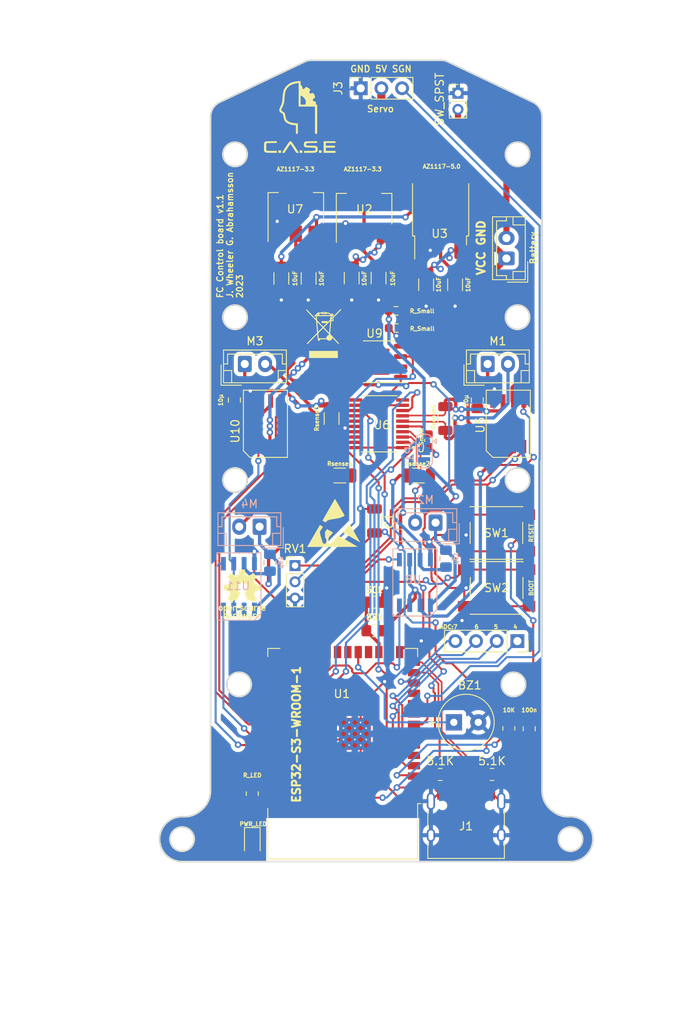
<source format=kicad_pcb>
(kicad_pcb (version 20221018) (generator pcbnew)
  (layers (0 "F.Cu" signal) (31 "B.Cu" signal) (34 "B.Paste" user) (35 "F.Paste" user) (36 "B.SilkS" user "B.Silkscreen") (37 "F.SilkS" user "F.Silkscreen") (38 "B.Mask" user) (39 "F.Mask" user) (44 "Edge.Cuts" user))
  (net 0 "")
  (net 1 "GNDREF")
  (net 2 "VCC")
  (net 3 "+3V3")
  (net 4 "Net-(BT1--)")
  (net 5 "+5V")
  (net 6 "/USB_D+")
  (net 7 "/USB_D-")
  (net 8 "Net-(D1-K)")
  (net 9 "Net-(J1-CC1)")
  (net 11 "Net-(J1-CC2)")
  (net 13 "Net-(JP1-C)")
  (net 14 "Net-(U6-VS)")
  (net 17 "Net-(M2-+)")
  (net 18 "/in-1")
  (net 19 "/M1_sense")
  (net 20 "/M2_sense")
  (net 26 "/MISO")
  (net 28 "/REV_1")
  (net 29 "/FWR_1")
  (net 33 "/Servo")
  (net 35 "/ADC1_7")
  (net 36 "/ADC1_6")
  (net 37 "/M3_sense")
  (net 38 "/ADC1_5")
  (net 39 "/ADC1_4")
  (net 40 "/ADC1_8")
  (net 41 "/EN")
  (net 42 "/ADC1_9")
  (net 43 "/M4_sense")
  (net 44 "Net-(U6-REF1)")
  (net 45 "/in+1")
  (net 46 "/IO0")
  (net 47 "Net-(U9A-+)")
  (net 49 "Net-(M1-+)")
  (net 50 "/in-2")
  (net 51 "Net-(M3-+)")
  (net 52 "/in-3")
  (net 53 "Net-(M4-+)")
  (net 54 "/in-4")
  (net 55 "/in+2")
  (net 56 "/in+3")
  (net 57 "/in+4")
  (net 58 "/REV_4")
  (net 59 "/FWR_4")
  (net 60 "/REV_3")
  (net 61 "/FWR_3")
  (net 62 "/REV_2")
  (net 63 "/FWR_2")
  (net 64 "/BUZZER_PIN")
  (footprint "Capacitor_SMD:C_1206_3216Metric" (layer "F.Cu") (at 194.956 126.462 90)
    (fp_text reference "C7" hide)
    (fp_text value "10uF")
  )
  (footprint "Connector_JST:JST_EH_B2B-EH-A_1x02_P2.50mm_Vertical" (layer "F.Cu") (at 220.289599 136.9595)
    (fp_text reference "M1")
    (fp_text value "Motor_DC_ALT")
  )
  (footprint "Capacitor_SMD:C_1206_3216Metric" (layer "F.Cu") (at 206.39 156.235 -90)
    (fp_text reference "C1")
    (fp_text value "C")
  )
  (footprint "Capacitor_SMD:C_0805_2012Metric_Pad1.18x1.45mm_HandSolder" (layer "F.Cu") (at 225.39 181.7475 90)
    (fp_text reference "C4" hide)
    (fp_text value "100n")
  )
  (footprint "Capacitor_SMD:C_0805_2012Metric_Pad1.18x1.45mm_HandSolder" (layer "F.Cu") (at 189.19 141.3825 -90)
    (fp_text reference "C13" hide)
    (fp_text value "10µ")
  )
  (footprint "Package_TO_SOT_SMD:SOT-223-3_TabPin2" (layer "F.Cu") (at 196.734 117.826 90)
    (fp_text reference "U7")
    (fp_text value "AZ1117-3.3")
  )
  (footprint "Package_TO_SOT_SMD:TO-252-2" (layer "F.Cu") (at 214.514 117.928 90)
    (fp_text reference "U3")
    (fp_text value "AZ1117-5.0")
  )
  (footprint "Resistor_SMD:R_0805_2012Metric_Pad1.20x1.40mm_HandSolder" (layer "F.Cu") (at 214.465 187.36 180)
    (fp_text reference "R2" hide)
    (fp_text value "5.1K")
  )
  (footprint "LED_SMD:LED_0805_2012Metric_Pad1.15x1.40mm_HandSolder" (layer "F.Cu") (at 191.39 195.742 -90)
    (fp_text reference "D1" hide)
    (fp_text value "PWR_LED")
  )
  (footprint "Capacitor_SMD:C_1206_3216Metric" (layer "F.Cu") (at 198.306 126.462 90)
    (fp_text reference "C8" hide)
    (fp_text value "10uF")
  )
  (footprint "Connector_PinSocket_2.54mm:PinSocket_1x04_P2.54mm_Vertical" (layer "F.Cu") (at 223.94 170.985 -90)
    (fp_text reference "J2" hide)
    (fp_text value "Conn_01x04_Pin")
  )
  (footprint "Symbol:OSHW-Logo_5.7x6mm_SilkScreen" (layer "F.Cu") (at 190.14 165.21)
    (fp_text reference "REF**" hide)
    (fp_text value "OSHW-Logo_5.7x6mm_SilkScreen" hide)
  )
  (footprint "Capacitor_SMD:C_1206_3216Metric" (layer "F.Cu") (at 212.735 127.233 90)
    (fp_text reference "C5" hide)
    (fp_text value "10uF")
  )
  (footprint "Package_SO:SOIC-8-1EP_3.9x4.9mm_P1.27mm_EP2.514x3.2mm" (layer "F.Cu") (at 206.97 136.686 180)
    (fp_text reference "U9")
    (fp_text value "LM358_DFN")
  )
  (footprint "Resistor_SMD:R_0805_2012Metric_Pad1.20x1.40mm_HandSolder" (layer "F.Cu") (at 220.815 187.36)
    (fp_text reference "R3" hide)
    (fp_text value "5.1K")
  )
  (footprint "Connector_PinHeader_2.00mm:PinHeader_1x03_P2.00mm_Vertical" (layer "F.Cu") (at 196.64 161.71)
    (fp_text reference "RV1")
    (fp_text value "R_Potentiometer_Small" hide)
  )
  (footprint "FC_footprint_library:SOP65P640X120-20N" (layer "F.Cu") (at 206.97 144.306 180)
    (fp_text reference "U6")
    (fp_text value "INA4181A3IPWR")
  )
  (footprint "Resistor_SMD:R_0805_2012Metric_Pad1.20x1.40mm_HandSolder" (layer "F.Cu") (at 222.89 181.71 90)
    (fp_text reference "R4" hide)
    (fp_text value "10K")
  )
  (footprint "Connector_PinHeader_2.00mm:PinHeader_1x02_P2.00mm_Vertical" (layer "F.Cu") (at 216.64 103.71)
    (fp_text reference "SW3" hide)
    (fp_text value "SW_SPST")
  )
  (footprint "Resistor_SMD:R_0805_2012Metric_Pad1.20x1.40mm_HandSolder" (layer "F.Cu") (at 191.39 189.71 -90)
    (fp_text reference "R1" hide)
    (fp_text value "R_LED")
  )
  (footprint "FC_footprint_library:ZXBM5210" (layer "F.Cu") (at 193 144.3035)
    (fp_text reference "U10")
    (fp_text value "ZXBM5210")
  )
  (footprint "Symbol:WEEE-Logo_4.2x6mm_SilkScreen" (layer "F.Cu") (at 200.14 133.21)
    (fp_text reference "REF**" hide)
    (fp_text value "WEEE-Logo_4.2x6mm_SilkScreen" hide)
  )
  (footprint "Connector_JST:JST_EH_B2B-EH-A_1x02_P2.50mm_Vertical" (layer "F.Cu") (at 190.466 136.9595)
    (fp_text reference "M3")
    (fp_text value "Motor_DC_ALT")
  )
  (footprint "Button_Switch_SMD:SW_Push_1P1T_NO_6x6mm_H9.5mm" (layer "F.Cu") (at 221.39 164.46 180)
    (fp_text reference "SW2")
    (fp_text value "BOOT")
  )
  (footprint "LOGO" (layer "F.Cu") (at 197.14 106.21)
    (fp_text reference "G***" hide)
    (fp_text value "LOGO" hide)
  )
  (footprint "Buzzer_Beeper:MagneticBuzzer_Kobitone_254-EMB73-RO" (layer "F.Cu") (at 216.14 180.96)
    (fp_text reference "BZ1")
    (fp_text value "Buzzer1")
  )
  (footprint "Resistor_SMD:R_1206_3216Metric" (layer "F.Cu") (at 215.098 143.660984 90)
    (fp_text reference "Rsense1" hide)
    (fp_text value "R_Small")
  )
  (footprint "Resistor_SMD:R_0805_2012Metric_Pad1.20x1.40mm_HandSolder" (layer "F.Cu") (at 206.39 169.71 180)
    (fp_text reference "R_bat1" hide)
    (fp_text value "80k")
  )
  (footprint "RF_Module:ESP32-S3-WROOM-1" (layer "F.Cu") (at 202.49 184.836 180)
    (fp_text reference "U1")
    (fp_text value "ESP32-S3-WROOM-1-N8")
  )
  (footprint "Package_TO_SOT_SMD:SOT-223-3_TabPin2" (layer "F.Cu") (at 205.116 117.928 90)
    (fp_text reference "U2")
    (fp_text value "AZ1117-3.3")
  )
  (footprint "Connector_USB:USB_C_Receptacle_HRO_TYPE-C-31-M-12" (layer "F.Cu") (at 217.64 193.77)
    (fp_text reference "J1")
    (fp_text value "USB_C_Receptacle_USB2.0")
  )
  (footprint "Capacitor_SMD:C_1206_3216Metric" (layer "F.Cu") (at 206.894 126.413 90)
    (fp_text reference "C3" hide)
    (fp_text value "10uF")
  )
  (footprint "Resistor_SMD:R_0603_1608Metric_Pad0.98x0.95mm_HandSolder" (layer "F.Cu") (at 209.049465 132.553246 180)
    (fp_text reference "R6" hide)
    (fp_text value "R_Small")
  )
  (footprint "Capacitor_SMD:C_0805_2012Metric_Pad1.18x1.45mm_HandSolder" (layer "F.Cu") (at 219.013599 141.3825 -90)
    (fp_text reference "C12" hide)
    (fp_text value "10µ")
  )
  (footprint "Capacitor_SMD:C_0603_1608Metric" (layer "F.Cu") (at 213.066 146.338 90)
    (fp_text reference "C10" hide)
    (fp_text value "C_Small")
  )
  (footprint "Resistor_SMD:R_0603_1608Metric_Pad0.98x0.95mm_HandSolder" (layer "F.Cu") (at 209.036264 130.441271 180)
    (fp_text reference "R5" hide)
    (fp_text value "R_Small")
  )
  (footprint "Button_Switch_SMD:SW_Push_1P1T_NO_6x6mm_H9.5mm" (layer "F.Cu") (at 221.365 157.71 180)
    (fp_text reference "SW1")
    (fp_text value "RESET")
  )
  (footprint "Connector_JST:JST_EH_B2B-EH-A_1x02_P2.50mm_Vertical" (layer "F.Cu") (at 222.596 124.004 90)
    (fp_text reference "BT1" hide)
    (fp_text value "Battery")
  )
  (footprint "FC_footprint_library:ZXBM5210" (layer "F.Cu") (at 222.823599 144.3035)
    (fp_text reference "U5")
    (fp_text value "ZXBM5210")
  )
  (footprint "Capacitor_SMD:C_1206_3216Metric" (layer "F.Cu") (at 216.291 127.233 90)
    (fp_text reference "C6" hide)
    (fp_text value "10uF")
  )
  (footprint "Connector_PinSocket_2.54mm:PinSocket_1x03_P2.54mm_Vertical" (layer "F.Cu") (at 204.7 103.11 90)
    (fp_text reference "J3")
    (fp_text value "Conn_01x03_Pin" hide)
  )
  (footprint "Resistor_SMD:R_1206_3216Metric" (layer "F.Cu") (at 211.796 150.656 180)
    (fp_text reference "Rsense2")
    (fp_text value "R_Small")
  )
  (footprint "Resistor_SMD:R_1206_3216Metric" (layer "F.Cu") (at 201.128 143.660984 90)
    (fp_text reference "Rsense3")
    (fp_text value "R_Small")
  )
  (footprint "Symbol:ESD-Logo_6.6x6mm_SilkScreen" (layer "F.Cu") (at 201.39 156.46)
    (fp_text reference "REF**" hide)
    (fp_text value "ESD-Logo_6.6x6mm_SilkScreen" hide)
  )
  (footprint "Resistor_SMD:R_1206_3216Metric" (layer "F.Cu") (at 202.144 150.656)
    (fp_text reference "Rsense4")
    (fp_text value "R_Small")
  )
  (footprint "Resistor_SMD:R_0805_2012Metric_Pad1.20x1.40mm_HandSolder" (layer "F.Cu") (at 206.39 166.21)
    (fp_text reference "R_bat2" hide)
    (fp_text value "50k")
  )
  (footprint "Capacitor_SMD:C_1206_3216Metric" (layer "F.Cu") (at 203.592 126.413 90)
    (fp_text reference "C2" hide)
    (fp_text value "10uF")
  )
  (footprint "Connector_JST:JST_EH_B2B-EH-A_1x02_P2.50mm_Vertical" (layer "B.Cu") (at 213.89 156.441 180)
    (fp_text reference "M2")
    (fp_text value "Motor_DC_ALT")
  )
  (footprint "FC_footprint_library:ZXBM5210" (layer "B.Cu") (at 189.7485 164.285 180)
    (fp_text reference "U11")
    (fp_text value "ZXBM5210")
  )
  (footprint "FC_footprint_library:ZXBM5210" (layer "B.Cu") (at 211.356 163.785 180)
    (fp_text reference "U8")
    (fp_text value "ZXBM5210")
  )
  (footprint "Connector_JST:JST_EH_B2B-EH-A_1x02_P2.50mm_Vertical" (layer "B.Cu") (at 192.2825 156.941 180)
    (fp_text reference "M4")
    (fp_text value "Motor_DC_ALT")
  )
  (footprint "Jumper:SolderJumper-3_P1.3mm_Bridged12_RoundedPad1.0x1.5mm" (layer "B.Cu") (at 212.482 147.646 -90)
    (fp_text reference "JP1")
    (fp_text value "SolderJumper_3_Bridged12")
  )
  (footprint "Capacitor_SMD:C_0805_2012Metric_Pad1.18x1.45mm_HandSolder" (layer "B.Cu") (at 193.5585 161.364 -90)
    (fp_text reference "C14" hide)
    (fp_text value "10µ")
  )
  (footprint "Capacitor_SMD:C_0805_2012Metric_Pad1.18x1.45mm_HandSolder" (layer "B.Cu") (at 215.166 160.864 -90)
    (fp_text reference "C11" hide)
    (fp_text value "10µ")
  )
  (gr_line locked (start 184.920435 191.922927) (end 184.824248 191.992261) (stroke (width 0.2)) (layer "Edge.Cuts"))
  (gr_arc locked (start 197.818249 99.871209) (mid 198.237224 99.726198) (end 198.677853 99.677056) (stroke (width 0.2)) (layer "Edge.Cuts"))
  (gr_arc locked (start 230.316522 192.554527) (mid 233.208793 195.219012) (end 230.480029 198.050709) (stroke (width 0.2)) (layer "Edge.Cuts"))
  (gr_circle locked (center 189.270008 111.220299) (end 190.770008 111.220299) (stroke (width 0.2)) (fill none) (layer "Edge.Cuts"))
  (gr_curve locked (pts (xy 226.96 189.286475) (xy 226.96 189.724879) (xy 227.033374 190.154338) (xy 227.201007 190.559104)) (stroke (width 0.2)) (layer "Edge.Cuts"))
  (gr_curve locked (pts (xy 186.155663 190.186029) (xy 186.2347 189.892441) (xy 186.270008 189.590595) (xy 186.270008 189.286475)) (stroke (width 0.2)) (layer "Edge.Cuts"))
  (gr_arc locked (start 182.749979 198.050709) (mid 180.021224 195.219008) (end 182.913486 192.554527) (stroke (width 0.2)) (layer "Edge.Cuts"))
  (gr_circle locked (center 182.770008 195.300782) (end 184.270008 195.300782) (stroke (width 0.2)) (fill none) (layer "Edge.Cuts"))
  (gr_arc locked (start 214.552155 99.677056) (mid 214.992787 99.726187) (end 215.411759 99.871209) (stroke (width 0.2)) (layer "Edge.Cuts"))
  (gr_circle locked (center 230.46 195.300782) (end 231.96 195.300782) (stroke (width 0.2)) (fill none) (layer "Edge.Cuts"))
  (gr_arc locked (start 230.316522 192.554527) (mid 229.313117 192.436596) (end 228.40576 191.992261) (stroke (width 0.2)) (layer "Edge.Cuts"))
  (gr_line locked (start 228.40576 191.992261) (end 228.309573 191.922927) (stroke (width 0.2)) (layer "Edge.Cuts"))
  (gr_line locked (start 197.818249 99.871209) (end 187.410404 104.825465) (stroke (width 0.2)) (layer "Edge.Cuts"))
  (gr_curve locked (pts (xy 227.646704 191.304157) (xy 227.838651 191.539948) (xy 228.062867 191.745095) (xy 228.309573 191.922927)) (stroke (width 0.2)) (layer "Edge.Cuts"))
  (gr_circle locked (center 223.96 111.220299) (end 225.46 111.220299) (stroke (width 0.2)) (fill none) (layer "Edge.Cuts"))
  (gr_line locked (start 214.552155 99.677056) (end 198.677853 99.677056) (stroke (width 0.2)) (layer "Edge.Cuts"))
  (gr_curve locked (pts (xy 185.811884 190.983253) (xy 185.965498 190.734707) (xy 186.079703 190.468188) (xy 186.155663 190.186029)) (stroke (width 0.2)) (layer "Edge.Cuts"))
  (gr_line locked (start 182.749979 198.050709) (end 230.480029 198.050709) (stroke (width 0.2)) (layer "Edge.Cuts"))
  (gr_arc locked (start 186.270008 106.631311) (mid 186.578972 105.563418) (end 187.410404 104.825465) (stroke (width 0.2)) (layer "Edge.Cuts"))
  (gr_curve locked (pts (xy 184.920435 191.922927) (xy 185.276075 191.666572) (xy 185.581553 191.355926) (xy 185.811884 190.983253)) (stroke (width 0.2)) (layer "Edge.Cuts"))
  (gr_circle locked (center 189.270008 131.220299) (end 190.770008 131.220299) (stroke (width 0.2)) (fill none) (layer "Edge.Cuts"))
  (gr_circle locked (center 223.96 151.220299) (end 225.46 151.220299) (stroke (width 0.2)) (fill none) (layer "Edge.Cuts"))
  (gr_line locked (start 226.96 109.053524) (end 226.96 106.631311) (stroke (width 0.2)) (layer "Edge.Cuts"))
  (gr_line locked (start 186.270008 106.631311) (end 186.270008 109.053524) (stroke (width 0.2)) (layer "Edge.Cuts"))
  (gr_line locked (start 186.270008 109.053524) (end 186.270008 189.286475) (stroke (width 0.2)) (layer "Edge.Cuts"))
  (gr_arc locked (start 184.824248 191.992261) (mid 183.916892 192.436597) (end 182.913486 192.554527) (stroke (width 0.2)) (layer "Edge.Cuts"))
  (gr_circle locked (center 223.96 131.220299) (end 225.46 131.220299) (stroke (width 0.2)) (fill none) (layer "Edge.Cuts"))
  (gr_line locked (start 225.819604 104.825465) (end 215.411759 99.871209) (stroke (width 0.2)) (layer "Edge.Cuts"))
  (gr_line locked (start 226.96 189.286475) (end 226.96 109.053524) (stroke (width 0.2)) (layer "Edge.Cuts"))
  (gr_circle locked (center 189.770008 176.300782) (end 191.270008 176.300782) (stroke (width 0.2)) (fill none) (layer "Edge.Cuts"))
  (gr_curve locked (pts (xy 227.201007 190.559104) (xy 227.312806 190.829055) (xy 227.462229 191.077547) (xy 227.646704 191.304157)) (stroke (width 0.2)) (layer "Edge.Cuts"))
  (gr_circle locked (center 189.270008 151.220299) (end 190.770008 151.220299) (stroke (width 0.2)) (fill none) (layer "Edge.Cuts"))
  (gr_arc locked (start 225.819604 104.825465) (mid 226.651036 105.563418) (end 226.96 106.631311) (stroke (width 0.2)) (layer "Edge.Cuts"))
  (gr_circle locked (center 223.46 176.300782) (end 224.96 176.300782) (stroke (width 0.2)) (fill none) (layer "Edge.Cuts"))
  (gr_text "GND 5V SGN" (at 203.34 101.21) (layer "F.SilkS") (effects (font (size 0.8 0.8) (thickness 0.15) bold) (justify left bottom)))
  (gr_text "ADC:7	 6	  5	   4" (at 214.341723 169.531569) (layer "F.SilkS") (effects (font (size 0.5 0.5) (thickness 0.125) bold) (justify left bottom)))
  (gr_text "Servo" (at 205.39 106.11) (layer "F.SilkS") (effects (font (size 0.8 0.8) (thickness 0.15) bold) (justify left bottom)))
  (gr_text "VCC GND" (at 220.060932 126.183363 90) (layer "F.SilkS") (effects (font (size 1 1) (thickness 0.25) bold) (justify left bottom)))
  (gr_text "ESP32-S3-WROOM-1" (at 197.39 190.96 90) (layer "F.SilkS") (effects (font (size 1 1) (thickness 0.25) bold) (justify left bottom)))
  (gr_text "FC Control board v1.1\nJ. Wheeler G. Abrahamsson\n2023" (at 188.64 128.96 90) (layer "F.SilkS") (effects (font (size 0.75 0.75)) (justify left)))
  (segment (start 192.776 190.096) (end 191.39 188.71) (width 0.25) (layer "F.Cu") (net 1))
  (segment (start 217.415 166.71) (end 217.415 164.685) (width 0.25) (layer "F.Cu") (net 1))
  (segment (start 217.64 164.46) (end 215.614695 164.46) (width 0.25) (layer "F.Cu") (net 1))
  (segment (start 217.39 159.96) (end 217.39 158.21) (width 0.25) (layer "F.Cu") (net 1))
  (segment (start 217.415 166.71) (end 225.365 166.71) (width 0.25) (layer "F.Cu") (net 1))
  (segment (start 216.291 128.708) (end 216.291 129.865) (width 0.25) (layer "F.Cu") (net 1))
  (segment (start 214.235 189.725) (end 213.32 190.64) (width 0.25) (layer "F.Cu") (net 1))
  (segment (start 212.735 128.708) (end 212.735 129.865) (width 0.25) (layer "F.Cu") (net 1))
  (segment (start 191.64 159.96) (end 191.64 163.235305) (width 0.25) (layer "F.Cu") (net 1))
  (segment (start 213.128316 158.793477) (end 213.961793 157.96) (width 0.25) (layer "F.Cu") (net 1))
  (segment (start 191.64 163.235305) (end 194.114695 165.71) (width 0.25) (layer "F.Cu") (net 1))
  (segment (start 213.84 159.505161) (end 213.128316 158.793477) (width 0.25) (layer "F.Cu") (net 1))
  (segment (start 221.805 190.64) (end 220.89 189.725) (width 0.25) (layer "F.Cu") (net 1))
  (segment (start 213.465 187.36) (end 213.89 187.785) (width 0.25) (layer "F.Cu") (net 1))
  (segment (start 194.434 119.466) (end 194.448 119.452) (width 0.25) (layer "F.Cu") (net 1))
  (segment (start 217.415 166.71) (end 217.415 168.185) (width 0.25) (layer "F.Cu") (net 1))
  (segment (start 215.614695 164.46) (end 213.84 162.685305) (width 0.25) (layer "F.Cu") (net 1))
  (segment (start 202.816 121.078) (end 202.816 119.72) (width 0.25) (layer "F.Cu") (net 1))
  (segment (start 221.815 186.36) (end 225.39 182.785) (width 0.25) (layer "F.Cu") (net 1))
  (segment (start 221.96 190.64) (end 221.96 194.82) (width 0.25) (layer "F.Cu") (net 1))
  (segment (start 191.095 141.5035) (end 191.095 140.331) (width 0.25) (layer "F.Cu") (net 1))
  (segment (start 204.69 185.535305) (end 204.69 183.776) (width 0.25) (layer "F.Cu") (net 1))
  (segment (start 209.6075 134.023781) (end 209.092859 133.509141) (width 0.25) (layer "F.Cu") (net 1))
  (segment (start 213.961793 157.96) (end 217.64 157.96) (width 0.25) (layer "F.Cu") (net 1))
  (segment (start 202.972898 144.631) (end 202.777359 144.826539) (width 0.25) (layer "F.Cu") (net 1))
  (segment (start 198.306 129.056) (end 198.258 129.104) (width 0.25) (layer "F.Cu") (net 1))
  (segment (start 204.1 144.631) (end 202.972898 144.631) (width 0.25) (layer "F.Cu") (net 1))
  (segment (start 220.918599 140.225401) (end 221.118 140.026) (width 0.25) (layer "F.Cu") (net 1))
  (segment (start 213.204 122.968) (end 213.244 123.008) (width 0.25) (layer "F.Cu") (net 1))
  (segment (start 220.918599 141.5035) (end 220.918599 140.225401) (width 0.25) (layer "F.Cu") (net 1))
  (segment (start 213.89 187.785) (end 213.89 189.225) (width 0.25) (layer "F.Cu") (net 1))
  (segment (start 211.24 190.096) (end 209.250695 190.096) (width 0.25) (layer "F.Cu") (net 1))
  (segment (start 216.291 129.865) (end 216.292 129.866) (width 0.25) (layer "F.Cu") (net 1))
  (segment (start 207.39 164.96) (end 207.89 164.46) (width 0.4) (layer "F.Cu") (net 1))
  (segment (start 209.092859 133.509141) (end 208.136965 132.553246) (width 0.25) (layer "F.Cu") (net 1))
  (segment (start 204.69 180.976) (end 204.69 178.91) (width 0.25) (layer "F.Cu") (net 1))
  (segment (start 193.74 190.096) (end 192.776 190.096) (width 0.25) (layer "F.Cu") (net 1))
  (segment (start 191.095 140.331) (end 191.146 140.28) (width 0.25) (layer "F.Cu") (net 1))
  (segment (start 209.250695 190.096) (end 204.69 185.535305) (width 0.25) (layer "F.Cu") (net 1))
  (segment (start 202.816 119.72) (end 202.83 119.706) (width 0.25) (layer "F.Cu") (net 1))
  (segment (start 201.76 183.076) (end 202.59 183.076) (width 0.25) (layer "F.Cu") (net 1))
  (segment (start 217.39 158.21) (end 217.64 157.96) (width 0.25) (layer "F.Cu") (net 1))
  (segment (start 193.74 190.096) (end 194.74 190.096) (width 0.25) (layer "F.Cu") (net 1))
  (segment (start 211.784 190.64) (end 211.24 190.096) (width 0.25) (layer "F.Cu") (net 1))
  (segment (start 194.114695 165.71) (end 196.64 165.71) (width 0.25) (layer "F.Cu") (net 1))
  (segment (start 217.415 168.185) (end 217.14 168.46) (width 0.25) (layer "F.Cu") (net 1))
  (segment (start 206.894 127.888) (end 206.894 129.104) (width 0.25) (layer "F.Cu") (net 1))
  (segment (start 194.74 190.096) (end 201.76 183.076) (width 0.25) (layer "F.Cu") (net 1))
  (segment (start 209.6075 134.781) (end 209.6075 134.023781) (width 0.25) (layer "F.Cu") (net 1))
  (segment (start 213.84 162.685305) (end 213.84 159.505161) (width 0.25) (layer "F.Cu") (net 1))
  (segment (start 221.815 187.36) (end 220.89 188.285) (width 0.25) (layer "F.Cu") (net 1))
  (segment (start 214.39 189.725) (end 214.235 189.725) (width 0.25) (layer "F.Cu") (net 1))
  (segment (start 217.415 164.685) (end 217.64 164.46) (width 0.25) (layer "F.Cu") (net 1))
  (segment (start 220.89 188.285) (end 220.89 189.725) (width 0.25) (layer "F.Cu") (net 1))
  (segment (start 221.815 187.36) (end 221.815 186.36) (width 0.25) (layer "F.Cu") (net 1))
  (segment (start 212.735 129.865) (end 212.736 129.866) (width 0.25) (layer "F.Cu") (net 1))
  (segment (start 207.39 166.21) (end 207.39 164.96) (width 0.4) (layer "F.Cu") (net 1))
  (segment (start 204.69 154.76) (end 204.64 154.71) (width 0.25) (layer "F.Cu") (net 1))
  (segment (start 206.39 154.76) (end 204.69 154.76) (width 0.25) (layer "F.Cu") (net 1))
  (segment (start 221.96 190.64) (end 221.805 190.64) (width 0.25) (layer "F.Cu") (net 1))
  (segment (start 204.69 178.91) (end 207.64 175.96) (width 0.25) (layer "F.Cu") (net 1))
  (segment (start 203.592 127.888) (end 203.592 129.104) (width 0.25) (layer "F.Cu") (net 1))
  (segment (start 213.89 189.225) (end 214.39 189.725) (width 0.25) (layer "F.Cu") (net 1))
  (segment (start 213.32 194.82) (end 221.96 194.82) (width 0.25) (layer "F.Cu") (net 1))
  (segment (start 198.306 127.937) (end 198.306 129.056) (width 0.25) (layer "F.Cu") (net 1))
  (segment (start 225.34 159.96) (end 217.39 159.96) (width 0.25) (layer "F.Cu") (net 1))
  (segment (start 194.956 127.937) (end 194.956 129.104) (width 0.25) (layer "F.Cu") (net 1))
  (segment (start 194.434 120.976) (end 194.434 119.466) (width 0.25) (layer "F.Cu") (net 1))
  (segment (start 212.234 122.968) (end 213.204 122.968) (width 0.25) (layer "F.Cu") (net 1))
  (segment (start 213.32 190.64) (end 213.32 194.82) (width 0.25) (layer "F.Cu") (net 1))
  (segment (start 213.32 190.64) (end 211.784 190.64) (width 0.25) (layer "F.Cu") (net 1))
  (via (at 212.736 129.866) (size 0.8) (drill 0.4) (layers "F.Cu" "B.Cu") (net 1))
  (via (at 204.64 154.71) (size 0.8) (drill 0.4) (layers "F.Cu" "B.Cu") (net 1))
  (via (at 213.128316 158.793477) (size 0.8) (drill 0.4) (layers "F.Cu" "B.Cu") (net 1))
  (via (at 207.89 164.46) (size 0.8) (drill 0.4) (layers "F.Cu" "B.Cu") (net 1))
  (via (at 203.592 129.104) (size 0.8) (drill 0.4) (layers "F.Cu" "B.Cu") (net 1))
  (via (at 217.14 168.46) (size 0.8) (drill 0.4) (layers "F.Cu" "B.Cu") (net 1))
  (via (at 191.64 159.96) (size 0.8) (drill 0.4) (layers "F.Cu" "B.Cu") (net 1))
  (via (at 221.118 140.026) (size 0.8) (drill 0.4) (layers "F.Cu" "B.Cu") (net 1))
  (via (at 209.092859 133.509141) (size 0.8) (drill 0.4) (layers "F.Cu" "B.Cu") (net 1))
  (via (at 207.64 175.96) (size 0.8) (drill 0.4) (layers "F.Cu" "B.Cu") (net 1))
  (via (at 206.894 129.104) (size 0.8) (drill 0.4) (layers "F.Cu" "B.Cu") (net 1))
  (via (at 194.448 119.452) (size 0.8) (drill 0.4) (layers "F.Cu" "B.Cu") (net 1))
  (via (at 217.64 157.96) (size 0.8) (drill 0.4) (layers "F.Cu" "B.Cu") (net 1))
  (via (at 212.14 170.96) (size 0.8) (drill 0.4) (layers "F.Cu" "B.Cu") (net 1))
  (via (at 194.956 129.104) (size 0.8) (drill 0.4) (layers "F.Cu" "B.Cu") (net 1))
  (via (at 216.292 129.866) (size 0.8) (drill 0.4) (layers "F.Cu" "B.Cu") (net 1))
  (via (at 191.146 140.28) (size 0.8) (drill 0.4) (layers "F.Cu" "B.Cu") (net 1))
  (via (at 213.244 123.008) (size 0.8) (drill 0.4) (layers "F.Cu" "B.Cu") (net 1))
  (via (at 202.83 119.706) (size 0.8) (drill 0.4) (layers "F.Cu" "B.Cu") (net 1))
  (via (at 198.258 129.104) (size 0.8) (drill 0.4) (layers "F.Cu" "B.Cu") (net 1))
  (via (at 202.777359 144.826539) (size 0.8) (drill 0.4) (layers "F.Cu" "B.Cu") (net 1))
  (via (at 217.64 164.46) (size 0.8) (drill 0.4) (layers "F.Cu" "B.Cu") (net 1))
  (segment (start 202.44 145.163898) (end 202.777359 144.826539) (width 0.4) (layer "B.Cu") (net 1))
  (segment (start 191.6535 160.4735) (end 191.64 159.96) (width 0.25) (layer "B.Cu") (net 1))
  (segment (start 213.261 158.926161) (end 213.261 160.985) (width 0.25) (layer "B.Cu") (net 1))
  (segment (start 195.21 129.104) (end 195.464 128.85) (width 0.25) (layer "B.Cu") (net 1))
  (segment (start 208.415305 175.96) (end 212.14 172.235305) (width 0.25) (layer "B.Cu") (net 1))
  (segment (start 212.14 172.235305) (end 212.14 170.96) (width 0.25) (layer "B.Cu") (net 1))
  (segment (start 191.64 159.96) (end 191.64 160.46) (width 0.25) (layer "B.Cu") (net 1))
  (segment (start 213.128316 158.793477) (end 213.261 158.926161) (width 0.25) (layer "B.Cu") (net 1))
  (segment (start 194.956 129.104) (end 195.21 129.104) (width 0.25) (layer "B.Cu") (net 1))
  (segment (start 191.6535 161.485) (end 191.6535 160.4735) (width 0.25) (layer "B.Cu") (net 1))
  (segment (start 207.64 175.96) (end 208.415305 175.96) (width 0.25) (layer "B.Cu") (net 1))
  (segment (start 204.490498 124.160498) (end 204.985834 124.160498) (width 0.4) (layer "F.Cu") (net 2))
  (segment (start 204.985834 124.160498) (end 204.369502 124.160498) (width 0.4) (layer "F.Cu") (net 2))
  (segment (start 223.458599 140.733401) (end 223.458599 141.5035) (width 0.4) (layer "F.Cu") (net 2))
  (segment (start 207.416 121.978) (end 206.894 122.5) (width 0.4) (layer "F.Cu") (net 2))
  (segment (start 204.1 123.77) (end 204.1 124.43) (width 0.4) (layer "F.Cu") (net 2))
  (segment (start 192.14 147.3285) (end 192.365 147.1035) (width 0.25) (layer "F.Cu") (net 2))
  (segment (start 221.39 125.21) (end 221.39 132.21) (width 0.75) (layer "F.Cu") (net 2))
  (segment (start 192.365 147.1035) (end 193.635 147.1035) (width 0.4) (layer "F.Cu") (net 2))
  (segment (start 196.48 137.994) (end 196.988 137.486) (width 0.4) (layer "F.Cu") (net 2))
  (segment (start 207.416 121.078) (end 212.096 125.758) (width 0.4) (layer "F.Cu") (net 2))
  (segment (start 193.5555 143.836) (end 193.5555 147.024) (width 0.4) (layer "F.Cu") (net 2))
  (segment (start 224.89 138.478) (end 223.458599 139.909401) (width 0.75) (layer "F.Cu") (net 2))
  (segment (start 216.754 123.008) (end 216.794 122.968) (width 0.4) (layer "F.Cu") (net 2))
  (segment (start 212.78 125.758) (end 213.752 124.786) (width 0.4) (layer "F.Cu") (net 2))
  (segment (start 212.096 125.758) (end 212.735 125.758) (width 0.4) (layer "F.Cu") (net 2))
  (segment (start 216.956878 122.805122) (end 216.794 122.968) (width 0.75) (layer "F.Cu") (net 2))
  (segment (start 222.596 124.004) (end 221.39 125.21) (width 0.75) (layer "F.Cu") (net 2))
  (segment (start 221.39 132.21) (end 224.89 135.71) (width 0.75) (layer "F.Cu") (net 2))
  (segment (start 223.458599 147.6285) (end 222.257562 148.829537) (width 0.4) (layer "F.Cu") (net 2))
  (segment (start 196.988 137.486) (end 197.496 136.978) (width 0.4) (layer "F.Cu") (net 2))
  (segment (start 206.894 122.5) (end 206.386 123.008) (width 0.4) (layer "F.Cu") (net 2))
  (segment (start 207.416 121.078) (end 207.416 121.978) (width 0.4) (layer "F.Cu") (net 2))
  (segment (start 193.635 142.0285) (end 192.365 143.2985) (width 0.4) (layer "F.Cu") (net 2))
  (segment (start 203.592 124.938) (end 200.544 127.986) (width 0.4) (layer "F.Cu") (net 2))
  (segment (start 204.369502 124.160498) (end 203.592 124.938) (width 0.4) (layer "F.Cu") (net 2))
  (segment (start 212.735 125.758) (end 212.78 125.758) (width 0.4) (layer "F.Cu") (net 2))
  (segment (start 223.458599 147.1035) (end 223.458599 147.6285) (width 0.4) (layer "F.Cu") (net 2))
  (segment (start 192.14 148.862783) (end 192.14 147.3285) (width 0.25) (layer "F.Cu") (net 2))
  (segment (start 221.397122 122.805122) (end 216.956878 122.805122) (width 0.75) (layer "F.Cu") (net 2))
  (segment (start 193.635 141.5035) (end 193.635 142.0285) (width 0.4) (layer "F.Cu") (net 2))
  (segment (start 204.1 124.43) (end 203.592 124.938) (width 0.4) (layer "F.Cu") (net 2))
  (segment (start 192.365 143.2985) (end 192.365 147.1035) (width 0.4) (layer "F.Cu") (net 2))
  (segment (start 223.458599 147.1035) (end 222.188599 147.1035) (width 0.4) (layer "F.Cu") (net 2))
  (segment (start 200.544 127.986) (end 200.544 133.93) (width 0.4) (layer "F.Cu") (net 2))
  (segment (start 204.1 123.77) (end 204.490498 124.160498) (width 0.4) (layer "F.Cu") (net 2))
  (segment (start 206.386 123.008) (end 206.386 123.262) (width 0.4) (layer "F.Cu") (net 2))
  (segment (start 215.784 123.008) (end 216.754 123.008) (width 0.4) (layer "F.Cu") (net 2))
  (segment (start 222.596 124.004) (end 221.397122 122.805122) (width 0.75) (layer "F.Cu") (net 2))
  (segment (start 222.257562 148.829537) (end 221.020463 148.829537) (width 0.4) (layer "F.Cu") (net 2))
  (segment (start 200.544 133.93) (end 197.496 136.978) (width 0.4) (layer "F.Cu") (net 2))
  (segment (start 223.458599 139.909401) (end 223.458599 141.5035) (width 0.75) (layer "F.Cu") (net 2))
  (segment (start 224.89 135.71) (end 224.89 138.478) (width 0.75) (layer "F.Cu") (net 2))
  (segment (start 207.39 169.71) (end 211.39 165.71) (width 0.4) (layer "F.Cu") (net 2))
  (segment (start 211.39 165.71) (end 211.39 164.71) (width 0.4) (layer "F.Cu") (net 2))
  (segment (start 193.5555 147.024) (end 193.635 147.1035) (width 0.4) (layer "F.Cu") (net 2))
  (segment (start 223.458599 141.5035) (end 223.458599 147.1035) (width 0.4) (layer "F.Cu") (net 2))
  (segment (start 221.020463 148.829537) (end 219.39 150.46) (width 0.4) (layer "F.Cu") (net 2))
  (via (at 193.5555 145.36) (size 0.8) (drill 0.4) (layers "F.Cu" "B.Cu") (net 2))
  (via (at 196.48 137.994) (size 0.8) (drill 0.4) (layers "F.Cu" "B.Cu") (net 2))
  (via (at 204.985834 124.160498) (size 0.8) (drill 0.4) (layers "F.Cu" "B.Cu") (net 2))
  (via (at 211.39 164.71) (size 0.8) (drill 0.4) (layers "F.Cu" "B.Cu") (net 2))
  (via (at 213.752 124.786) (size 0.8) (drill 0.4) (layers "F.Cu" "B.Cu") (net 2))
  (via (at 206.386 123.262) (size 0.8) (drill 0.4) (layers "F.Cu" "B.Cu") (net 2))
  (via (at 196.988 137.486) (size 0.8) (drill 0.4) (layers "F.Cu" "B.Cu") (net 2))
  (via (at 214.514 125.294) (size 0.8) (drill 0.4) (layers "F.Cu" "B.Cu") (net 2))
  (via (at 204.1 123.77) (size 0.8) (drill 0.4) (layers "F.Cu" "B.Cu") (net 2))
  (via (at 215.784 123.008) (size 0.8) (drill 0.4) (layers "F.Cu" "B.Cu") (net 2))
  (via (at 193.5555 143.836) (size 0.8) (drill 0.4) (layers "F.Cu" "B.Cu") (net 2))
  (via (at 215.608832 123.945168) (size 0.8) (drill 0.4) (layers "F.Cu" "B.Cu") (net 2))
  (via (at 206.894 122.5) (size 0.8) (drill 0.4) (layers "F.Cu" "B.Cu") (net 2))
  (via (at 192.14 148.862783) (size 0.8) (drill 0.4) (layers "F.Cu" "B.Cu") (net 2))
  (via (at 219.39 150.46) (size 0.8) (drill 0.4) (layers "F.Cu" "B.Cu") (net 2))
  (via (at 197.496 136.978) (size 0.8) (drill 0.4) (layers "F.Cu" "B.Cu") (net 2))
  (via (at 193.5555 144.598) (size 0.8) (drill 0.4) (layers "F.Cu" "B.Cu") (net 2))
  (segment (start 189.1135 167.085) (end 189.1135 161.485) (width 0.25) (layer "B.Cu") (net 2))
  (segment (start 219.39 163.841371) (end 215.321371 167.91) (width 0.4) (layer "B.Cu") (net 2))
  (segment (start 193.5555 145.36) (end 193.5555 144.598) (width 0.4) (layer "B.Cu") (net 2))
  (segment (start 189.1135 161.485) (end 188.6075 160.979) (width 0.25) (layer "B.Cu") (net 2))
  (segment (start 211.39 164.71) (end 210.721 165.379) (width 0.4) (layer "B.Cu") (net 2))
  (segment (start 215.321371 167.91) (end 212.791 167.91) (width 0.4) (layer "B.Cu") (net 2))
  (segment (start 215.784 123.008) (end 215.608832 123.183168) (width 0.4) (layer "B.Cu") (net 2))
  (segment (start 214.514 125.294) (end 214.26 125.294) (width 0.4) (layer "B.Cu") (net 2))
  (segment (start 193.5555 144.598) (end 193.5555 143.836) (width 0.4) (layer "B.Cu") (net 2))
  (segment (start 210.721 160.985) (end 210.721 164.041) (width 0.4) (layer "B.Cu") (net 2))
  (segment (start 204.985834 124.160498) (end 205.884332 123.262) (width 0.4) (layer "B.Cu") (net 2))
  (segment (start 215.608832 123.183168) (end 215.608832 123.945168) (width 0.4) (layer "B.Cu") (net 2))
  (segment (start 212.791 167.91) (end 211.991 167.11) (width 0.4) (layer "B.Cu") (net 2))
  (segment (start 215.784 123.008) (end 214.006 124.786) (width 0.4) (layer "B.Cu") (net 2))
  (segment (start 214.006 124.786) (end 213.752 124.786) (width 0.4) (layer "B.Cu") (net 2))
  (segment (start 193.5555 143.836) (end 193.5555 140.9185) (width 0.4) (layer "B.Cu") (net 2))
  (segment (start 196.48 137.994) (end 197.496 136.978) (width 0.4) (layer "B.Cu") (net 2))
  (segment (start 211.991 166.585) (end 211.991 165.311) (width 0.4) (layer "B.Cu") (net 2))
  (segment (start 219.39 150.46) (end 219.39 163.841371) (width 0.4) (layer "B.Cu") (net 2))
  (segment (start 214.26 125.294) (end 213.752 124.786) (width 0.4) (layer "B.Cu") (net 2))
  (segment (start 189.1135 167.085) (end 190.3835 167.085) (width 0.25) (layer "B.Cu") (net 2))
  (segment (start 193.5555 140.9185) (end 196.226 138.248) (width 0.4) (layer "B.Cu") (net 2))
  (segment (start 188.6075 160.979) (end 188.6075 154.190267) (width 0.25) (layer "B.Cu") (net 2))
  (segment (start 211.991 167.11) (end 211.991 166.585) (width 0.4) (layer "B.Cu") (net 2))
  (segment (start 211.991 165.311) (end 211.39 164.71) (width 0.4) (layer "B.Cu") (net 2))
  (segment (start 210.721 164.041) (end 211.39 164.71) (width 0.4) (layer "B.Cu") (net 2))
  (segment (start 192.14 150.657767) (end 192.14 148.862783) (width 0.25) (layer "B.Cu") (net 2))
  (segment (start 188.6075 154.190267) (end 192.14 150.657767) (width 0.25) (layer "B.Cu") (net 2))
  (segment (start 210.721 165.379) (end 210.721 166.585) (width 0.4) (layer "B.Cu") (net 2))
  (segment (start 205.884332 123.262) (end 206.386 123.262) (width 0.4) (layer "B.Cu") (net 2))
  (segment (start 192.967 192.633) (end 195.39 190.21) (width 0.25) (layer "F.Cu") (net 3))
  (segment (start 191.39 196.767) (end 192.967 195.19) (width 0.25) (layer "F.Cu") (net 3))
  (segment (start 209.598177 155.526421) (end 209.598177 159.501823) (width 0.4) (layer "F.Cu") (net 3))
  (segment (start 205.116 123.16) (end 206.894 124.938) (width 0.4) (layer "F.Cu") (net 3))
  (segment (start 206.530855 157.569145) (end 206.39 157.71) (width 0.25) (layer "F.Cu") (net 3))
  (segment (start 202.39 161.71) (end 206.39 157.71) (width 0.25) (layer "F.Cu") (net 3))
  (segment (start 205.116 114.778) (end 205.116 121.078) (width 0.4) (layer "F.Cu") (net 3))
  (segment (start 196.734 114.676) (end 205.014 114.676) (width 0.4) (layer "F.Cu") (net 3))
  (segment (start 208.194 126.238) (end 208.194 130.371035) (width 0.4) (layer "F.Cu") (net 3))
  (segment (start 209.14 188.96) (end 211.106 188.96) (width 0.25) (layer "F.Cu") (net 3))
  (segment (start 222.89 180.71) (end 220.14 183.46) (width 0.25) (layer "F.Cu") (net 3))
  (segment (start 211.106 188.96) (end 211.24 188.826) (width 0.25) (layer "F.Cu") (net 3))
  (segment (start 196.734 114.676) (end 196.734 120.976) (width 0.4) (layer "F.Cu") (net 3))
  (segment (start 205.116 121.078) (end 205.116 123.16) (width 0.4) (layer "F.Cu") (net 3))
  (segment (start 215.89 173.71) (end 215.14 173.71) (width 0.25) (layer "F.Cu") (net 3))
  (segment (start 220.14 183.46) (end 220.14 184.46) (width 0.25) (layer "F.Cu") (net 3))
  (segment (start 215.14 173.71) (end 213.89 172.46) (width 0.25) (layer "F.Cu") (net 3))
  (segment (start 208.123764 130.441271) (end 208.123764 131.43851) (width 0.4) (layer "F.Cu") (net 3))
  (segment (start 195.39 190.21) (end 207.39 190.21) (width 0.25) (layer "F.Cu") (net 3))
  (segment (start 205.014 114.676) (end 205.116 114.778) (width 0.4) (layer "F.Cu") (net 3))
  (segment (start 192.967 195.19) (end 192.967 192.633) (width 0.25) (layer "F.Cu") (net 3))
  (segment (start 206.894 124.938) (end 208.194 126.238) (width 0.4) (layer "F.Cu") (net 3))
  (segment (start 209.902299 155.222299) (end 209.598177 155.526421) (width 0.4) (layer "F.Cu") (net 3))
  (segment (start 207.6655 157.569145) (end 206.530855 157.569145) (width 0.25) (layer "F.Cu") (net 3))
  (segment (start 196.734 123.415) (end 198.306 124.987) (width 0.4) (layer "F.Cu") (net 3))
  (segment (start 222.89 180.71) (end 215.89 173.71) (width 0.25) (layer "F.Cu") (net 3))
  (segment (start 213.89 172.46) (end 213.89 168.71) (width 0.25) (layer "F.Cu") (net 3))
  (segment (start 208.194 130.371035) (end 208.123764 130.441271) (width 0.4) (layer "F.Cu") (net 3))
  (segment (start 208.123764 131.43851) (end 208.164 131.478746) (width 0.4) (layer "F.Cu") (net 3))
  (segment (start 196.734 120.976) (end 196.734 123.415) (width 0.4) (layer "F.Cu") (net 3))
  (segment (start 196.64 161.71) (end 202.39 161.71) (width 0.25) (layer "F.Cu") (net 3))
  (via (at 220.14 184.46) (size 0.8) (drill 0.4) (layers "F.Cu" "B.Cu") (net 3))
  (via (at 207.39 190.21) (size 0.8) (drill 0.4) (layers "F.Cu" "B.Cu") (net 3))
  (via (at 209.902299 155.222299) (size 0.8) (drill 0.4) (layers "F.Cu" "B.Cu") (net 3))
  (via (at 209.14 188.96) (size 0.8) (drill 0.4) (layers "F.Cu" "B.Cu") (net 3))
  (via (at 207.6655 157.569145) (size 0.8) (drill 0.4) (layers "F.Cu" "B.Cu") (net 3))
  (via (at 209.598177 159.501823) (size 0.8) (drill 0.4) (layers "F.Cu" "B.Cu") (net 3))
  (via (at 213.89 168.71) (size 0.8) (drill 0.4) (layers "F.Cu" "B.Cu") (net 3))
  (via (at 208.164 131.478746) (size 0.8) (drill 0.4) (layers "F.Cu" "B.Cu") (net 3))
  (segment (start 211.79 146.346) (end 209.902299 148.233701) (width 0.4) (layer "B.Cu") (net 3))
  (segment (start 209.598177 159.501823) (end 207.6655 157.569145) (width 0.25) (layer "B.Cu") (net 3))
  (segment (start 212.482 146.346) (end 211.79 146.346) (width 0.4) (layer "B.Cu") (net 3))
  (segment (start 212.482 138.756) (end 212.482 146.346) (width 0.4) (layer "B.Cu") (net 3))
  (segment (start 210.096 159.999645) (end 209.598177 159.501823) (width 0.25) (layer "B.Cu") (net 3))
  (segment (start 211.071 168.71) (end 210.096 167.735) (width 0.25) (layer "B.Cu") (net 3))
  (segment (start 207.89 190.21) (end 209.14 188.96) (width 0.25) (layer "B.Cu") (net 3))
  (segment (start 208.164 131.478746) (end 208.164 134.438) (width 0.4) (layer "B.Cu") (net 3))
  (segment (start 213.64 184.46) (end 209.14 188.96) (width 0.25) (layer "B.Cu") (net 3))
  (segment (start 220.14 184.46) (end 213.64 184.46) (width 0.25) (layer "B.Cu") (net 3))
  (segment (start 208.164 134.438) (end 212.482 138.756) (width 0.4) (layer "B.Cu") (net 3))
  (segment (start 210.096 167.735) (end 210.096 159.999645) (width 0.25) (layer "B.Cu") (net 3))
  (segment (start 209.902299 148.233701) (end 209.902299 155.222299) (width 0.4) (layer "B.Cu") (net 3))
  (segment (start 207.39 190.21) (end 207.89 190.21) (width 0.25) (layer "B.Cu") (net 3))
  (segment (start 213.89 168.71) (end 211.071 168.71) (width 0.25) (layer "B.Cu") (net 3))
  (segment (start 222.596 113.666) (end 222.596 121.504) (width 0.75) (layer "F.Cu") (net 4))
  (segment (start 216.64 105.71) (end 216.64 107.71) (width 0.75) (layer "F.Cu") (net 4))
  (segment (start 216.64 107.71) (end 222.596 113.666) (width 0.75) (layer "F.Cu") (net 4))
  (segment (start 212.403316 159.093782) (end 213.39 160.080466) (width 0.25) (layer "F.Cu") (net 5))
  (segment (start 213.14 154.96) (end 212.565 155.535) (width 0.25) (layer "F.Cu") (net 5))
  (segment (start 196.364629 139.01) (end 203.9135 139.01) (width 0.4) (layer "F.Cu") (net 5))
  (segment (start 213.39 163.170413) (end 213.43107 163.211483) (width 0.25) (layer "F.Cu") (net 5))
  (segment (start 213.43107 163.211483) (end 213.43107 163.50107) (width 0.25) (layer "F.Cu") (net 5))
  (segment (start 212.565 155.535) (end 212.565 157.077701) (width 0.25) (layer "F.Cu") (net 5))
  (segment (start 196.48 136.862629) (end 195.68 137.662629) (width 0.4) (layer "F.Cu") (net 5))
  (segment (start 215.19 188.385) (end 214.876827 188.385) (width 0.25) (layer "F.Cu") (net 5))
  (segment (start 213.39 160.080466) (end 213.39 163.170413) (width 0.25) (layer "F.Cu") (net 5))
  (segment (start 219.215 191.385) (end 220.09 190.51) (width 0.25) (layer "F.Cu") (net 5))
  (segment (start 199.274 118.944) (end 199.274 120.736) (width 0.4) (layer "F.Cu") (net 5))
  (segment (start 214.876827 188.385) (end 214.39 187.898173) (width 0.25) (layer "F.Cu") (net 5))
  (segment (start 213.14 172.96) (end 214.89 174.71) (width 0.25) (layer "F.Cu") (net 5))
  (segment (start 210.797 118.343) (end 210.196 118.944) (width 0.4) (layer "F.Cu") (net 5))
  (segment (start 212.989 118.343) (end 210.797 118.343) (width 0.4) (layer "F.Cu") (net 5))
  (segment (start 194.956 123.77) (end 194.956 124.987) (width 0.4) (layer "F.Cu") (net 5))
  (segment (start 216.39 153.21) (end 214.64 154.96) (width 0.25) (layer "F.Cu") (net 5))
  (segment (start 210.654124 139.301) (end 210.273814 139.68131) (width 0.25) (layer "F.Cu") (net 5))
  (segment (start 195.68 137.662629) (end 195.68 138.325371) (width 0.4) (layer "F.Cu") (net 5))
  (segment (start 194.956 124.987) (end 196.48 126.511) (width 0.4) (layer "F.Cu") (net 5))
  (segment (start 213.64 176.71) (end 213.39 176.46) (width 0.25) (layer "F.Cu") (net 5))
  (segment (start 213.481 139.301) (end 210.654124 139.301) (width 0.25) (layer "F.Cu") (net 5))
  (segment (start 216.025 191.385) (end 219.215 191.385) (width 0.25) (layer "F.Cu") (net 5))
  (segment (start 205.2595 139.518) (end 206.894 139.518) (width 0.4) (layer "F.Cu") (net 5))
  (segment (start 207.24 109.244) (end 212.989 114.993) (width 1) (layer "F.Cu") (net 5))
  (segment (start 199.274 120.736) (end 199.034 120.976) (width 0.4) (layer "F.Cu") (net 5))
  (segment (start 213.815 182.401725) (end 213.815 177.385) (width 0.25) (layer "F.Cu") (net 5))
  (segment (start 220.09 190.51) (end 220.09 189.725) (width 0.25) (layer "F.Cu") (net 5))
  (segment (start 213.815 177.385) (end 213.64 177.21) (width 0.25) (layer "F.Cu") (net 5))
  (segment (start 212.403316 157.239385) (end 212.403316 159.093782) (width 0.25) (layer "F.Cu") (net 5))
  (segment (start 215.19 189.725) (end 215.19 190.55) (width 0.25) (layer "F.Cu") (net 5))
  (segment (start 215.19 190.55) (end 216.025 191.385) (width 0.25) (layer "F.Cu") (net 5))
  (segment (start 203.9135 139.01) (end 204.3325 138.591) (width 0.4) (layer "F.Cu") (net 5))
  (segment (start 216.291 125.758) (end 214.514 123.981) (width 0.4) (layer "F.Cu") (net 5))
  (segment (start 213.43107 163.50107) (end 213.940305 164.010305) (width 0.25) (layer "F.Cu") (net 5))
  (segment (start 214.39 187.898173) (end 214.39 182.976725) (width 0.25) (layer "F.Cu") (net 5))
  (segment (start 214.39 182.976725) (end 213.815 182.401725) (width 0.25) (layer "F.Cu") (net 5))
  (segment (start 213.64 139.46) (end 213.481 139.301) (width 0.25) (layer "F.Cu") (net 5))
  (segment (start 214.64 154.96) (end 213.14 154.96) (width 0.25) (layer "F.Cu") (net 5))
  (segment (start 215.19 189.725) (end 215.19 188.385) (width 0.25) (layer "F.Cu") (net 5))
  (segment (start 214.514 123.981) (end 214.514 116.668) (width 0.4) (layer "F.Cu") (net 5))
  (segment (start 207.24 103.11) (end 207.24 109.244) (width 1) (layer "F.Cu") (net 5))
  (segment (start 214.115 164.010305) (end 213.14 164.985305) (width 0.25) (layer "F.Cu") (net 5))
  (segment (start 196.48 126.511) (end 196.48 136.862629) (width 0.4) (layer "F.Cu") (net 5))
  (segment (start 204.3325 138.591) (end 205.2595 139.518) (width 0.4) (layer "F.Cu") (net 5))
  (segment (start 213.14 164.985305) (end 213.14 172.96) (width 0.25) (layer "F.Cu") (net 5))
  (segment (start 195.68 138.325371) (end 196.364629 139.01) (width 0.4) (layer "F.Cu") (net 5))
  (segment (start 212.565 157.077701) (end 212.403316 157.239385) (width 0.25) (layer "F.Cu") (net 5))
  (segment (start 213.64 177.21) (end 213.64 176.71) (width 0.25) (layer "F.Cu") (net 5))
  (segment (start 213.940305 164.010305) (end 214.115 164.010305) (width 0.25) (layer "F.Cu") (net 5))
  (via (at 213.39 176.46) (size 0.8) (drill 0.4) (layers "F.Cu" "B.Cu") (net 5))
  (via (at 199.274 118.944) (size 0.8) (drill 0.4) (layers "F.Cu" "B.Cu") (net 5))
  (via (at 206.894 139.518) (size 0.8) (drill 0.4) (layers "F.Cu" "B.Cu") (net 5))
  (via (at 210.273814 139.68131) (size 0.8) (drill 0.4) (layers "F.Cu" "B.Cu") (net 5))
  (via (at 216.39 153.21) (size 0.8) (drill 0.4) (layers "F.Cu" "B.Cu") (net 5))
  (via (at 214.89 174.71) (size 0.8) (drill 0.4) (layers "F.Cu" "B.Cu") (net 5))
  (via (at 210.196 118.944) (size 0.8) (drill 0.4) (layers "F.Cu" "B.Cu") (net 5))
  (via (at 213.64 139.46) (size 0.8) (drill 0.4) (layers "F.Cu" "B.Cu") (net 5))
  (via (at 194.956 123.77) (size 0.8) (drill 0.4) (layers "F.Cu" "B.Cu") (net 5))
  (segment (start 213.39 176.46) (end 213.39 176.21) (width 0.25) (layer "B.Cu") (net 5))
  (segment (start 199.312 118.906) (end 199.274 118.944) (width 0.4) (layer "B.Cu") (net 5))
  (segment (start 215.567 152.387) (end 215.567 141.387) (width 0.25) (layer "B.Cu") (net 5))
  (segment (start 215.746 152.21) (end 215.746 152.566) (width 0.4) (layer "B.Cu") (net 5))
  (segment (start 210.196 118.944) (end 210.158 118.906) (width 0.4) (layer "B.Cu") (net 5))
  (segment (start 194.956 123.262) (end 194.956 123.77) (width 0.4) (layer "B.Cu") (net 5))
  (segment (start 210.158 118.906) (end 199.312 118.906) (width 0.4) (layer "B.Cu") (net 5))
  (segment (start 215.567 141.387) (end 213.64 139.46) (width 0.25) (layer "B.Cu") (net 5))
  (segment (start 215.746 152.566) (end 216.39 153.21) (width 0.4) (layer "B.Cu") (net 5))
  (segment (start 216.39 153.21) (end 215.567 152.387) (width 0.25) (layer "B.Cu") (net 5))
  (segment (start 213.39 176.21) (end 214.89 174.71) (width 0.25) (layer "B.Cu") (net 5))
  (segment (start 210.110504 139.518) (end 206.894 139.518) (width 0.4) (layer "B.Cu") (net 5))
  (segment (start 212.482 148.946) (end 215.746 152.21) (width 0.4) (layer "B.Cu") (net 5))
  (segment (start 199.274 118.944) (end 194.956 123.262) (width 0.4) (layer "B.Cu") (net 5))
  (segment (start 210.273814 139.68131) (end 210.110504 139.518) (width 0.4) (layer "B.Cu") (net 5))
  (segment (start 218.39 185.81) (end 214.64 182.06) (width 0.2) (layer "F.Cu") (net 6))
  (segment (start 217.65 190.96) (end 217.39 190.7) (width 0.2) (layer "F.Cu") (net 6))
  (segment (start 214.64 176.036) (end 212.19 173.586) (width 0.2) (layer "F.Cu") (net 6))
  (segment (start 218.39 189.725) (end 218.39 190.7) (width 0.2) (layer "F.Cu") (net 6))
  (segment (start 217.39 190.7) (end 217.39 189.725) (width 0.2) (layer "F.Cu") (net 6))
  (segment (start 214.64 182.06) (end 214.64 176.036) (width 0.2) (layer "F.Cu") (net 6))
  (segment (start 218.13 190.96) (end 217.65 190.96) (width 0.2) (layer "F.Cu") (net 6))
  (segment (start 218.39 190.7) (end 218.13 190.96) (width 0.2) (layer "F.Cu") (net 6))
  (segment (start 212.19 173.586) (end 211.24 173.586) (width 0.2) (layer "F.Cu") (net 6))
  (segment (start 218.39 189.725) (end 218.39 185.81) (width 0.2) (layer "F.Cu") (net 6))
  (segment (start 214.24 176.201686) (end 212.894314 174.856) (width 0.2) (layer "F.Cu") (net 7))
  (segment (start 212.894314 174.856) (end 211.24 174.856) (width 0.2) (layer "F.Cu") (net 7))
  (segment (start 214.24 182.225685) (end 214.24 176.201686) (width 0.2) (layer "F.Cu") (net 7))
  (segment (start 217.84 188.7) (end 217.89 188.75) (width 0.2) (layer "F.Cu") (net 7))
  (segment (start 216.89 188.75) (end 216.94 188.7) (width 0.2) (layer "F.Cu") (net 7))
  (segment (start 216.89 189.725) (end 216.89 188.75) (width 0.2) (layer "F.Cu") (net 7))
  (segment (start 217.64 188.7) (end 217.64 185.625686) (width 0.2) (layer "F.Cu") (net 7))
  (segment (start 217.89 188.75) (end 217.89 189.725) (width 0.2) (layer "F.Cu") (net 7))
  (segment (start 216.94 188.7) (end 217.64 188.7) (width 0.2) (layer "F.Cu") (net 7))
  (segment (start 217.64 185.625686) (end 214.24 182.225685) (width 0.2) (layer "F.Cu") (net 7))
  (segment (start 217.64 188.7) (end 217.84 188.7) (width 0.2) (layer "F.Cu") (net 7))
  (segment (start 191.763485 191.083485) (end 191.763485 194.343515) (width 0.25) (layer "F.Cu") (net 8))
  (segment (start 191.763485 194.343515) (end 191.39 194.717) (width 0.25) (layer "F.Cu") (net 8))
  (segment (start 191.39 190.71) (end 191.763485 191.083485) (width 0.25) (layer "F.Cu") (net 8))
  (segment (start 216.39 189.725) (end 216.39 188.285) (width 0.25) (layer "F.Cu") (net 9))
  (segment (start 216.39 188.285) (end 215.465 187.36) (width 0.25) (layer "F.Cu") (net 9))
  (segment (start 219.39 187.785) (end 219.39 189.725) (width 0.25) (layer "F.Cu") (net 11))
  (segment (start 219.815 187.36) (end 219.39 187.785) (width 0.25) (layer "F.Cu") (net 11))
  (segment (start 213.955 148.116) (end 213.955 148.002) (width 0.4) (layer "F.Cu") (net 13))
  (segment (start 213.955 148.002) (end 213.066 147.113) (width 0.4) (layer "F.Cu") (net 13))
  (via (at 213.955 148.116) (size 0.8) (drill 0.4) (layers "F.Cu" "B.Cu") (net 13))
  (segment (start 212.482 147.646) (end 213.485 147.646) (width 0.25) (layer "B.Cu") (net 13))
  (segment (start 213.485 147.646) (end 213.955 148.116) (width 0.25) (layer "B.Cu") (net 13))
  (segment (start 213.066 145.563) (end 212.134 144.631) (width 0.25) (layer "F.Cu") (net 14))
  (segment (start 212.134 144.631) (end 209.84 144.631) (width 0.25) (layer "F.Cu") (net 14))
  (segment (start 213.89 156.441) (end 213.89 158.5505) (width 0.4) (layer "B.Cu") (net 17))
  (segment (start 215.166 159.8265) (end 216.291 160.9515) (width 0.4) (layer "B.Cu") (net 17))
  (segment (start 213.89 158.5505) (end 215.166 159.8265) (width 0.4) (layer "B.Cu") (net 17))
  (segment (start 216.291 160.9515) (end 216.291 163.555) (width 0.4) (layer "B.Cu") (net 17))
  (segment (start 216.291 163.555) (end 213.261 166.585) (width 0.4) (layer "B.Cu") (net 17))
  (segment (start 211.542 146.592) (end 210.881 145.931) (width 0.2) (layer "F.Cu") (net 18))
  (segment (start 210.881 145.931) (end 209.84 145.931) (width 0.2) (layer "F.Cu") (net 18))
  (segment (start 210.3335 150.656) (end 211.288 150.656) (width 0.2) (layer "F.Cu") (net 18))
  (segment (start 208.706 151.46) (end 209.51 150.656) (width 0.4) (layer "F.Cu") (net 18))
  (segment (start 211.542 150.402) (end 211.542 146.592) (width 0.2) (layer "F.Cu") (net 18))
  (segment (start 211.288 150.656) (end 211.542 150.402) (width 0.2) (layer "F.Cu") (net 18))
  (segment (start 209.51 150.656) (end 210.3335 150.656) (width 0.4) (layer "F.Cu") (net 18))
  (segment (start 208.64 151.46) (end 208.706 151.46) (width 0.4) (layer "F.Cu") (net 18))
  (via (at 208.64 151.46) (size 0.8) (drill 0.4) (layers "F.Cu" "B.Cu") (net 18))
  (segment (start 212.4455 162.21) (end 211.991 161.7555) (width 0.4) (layer "B.Cu") (net 18))
  (segment (start 208.64 155.71) (end 208.64 151.46) (width 0.4) (layer "B.Cu") (net 18))
  (segment (start 211.991 161.7555) (end 211.991 160.985) (width 0.4) (layer "B.Cu") (net 18))
  (segment (start 211.991 160.985) (end 211.991 159.061) (width 0.4) (layer "B.Cu") (net 18))
  (segment (start 211.991 159.061) (end 208.64 155.71) (width 0.4) (layer "B.Cu") (net 18))
  (segment (start 215.166 161.9015) (end 214.8575 162.21) (width 0.4) (layer "B.Cu") (net 18))
  (segment (start 214.8575 162.21) (end 212.4455 162.21) (width 0.4) (layer "B.Cu") (net 18))
  (segment (start 210.627611 146.581) (end 209.84 146.581) (width 0.25) (layer "F.Cu") (net 19))
  (segment (start 209.907018 148.601593) (end 210.95 147.558611) (width 0.25) (layer "F.Cu") (net 19))
  (segment (start 201.39 176.21) (end 201.39 182.176) (width 0.25) (layer "F.Cu") (net 19))
  (segment (start 210.95 146.903389) (end 210.627611 146.581) (width 0.25) (layer "F.Cu") (net 19))
  (segment (start 201.39 182.176) (end 194.74 188.826) (width 0.25) (layer "F.Cu") (net 19))
  (segment (start 202.89 174.71) (end 201.39 176.21) (width 0.25) (layer "F.Cu") (net 19))
  (segment (start 194.74 188.826) (end 193.74 188.826) (width 0.25) (layer "F.Cu") (net 19))
  (segment (start 209.750085 148.601593) (end 209.907018 148.601593) (width 0.25) (layer "F.Cu") (net 19))
  (segment (start 210.95 147.558611) (end 210.95 146.903389) (width 0.25) (layer "F.Cu") (net 19))
  (segment (start 208.418 149.933678) (end 209.750085 148.601593) (width 0.25) (layer "F.Cu") (net 19))
  (via (at 208.418 149.933678) (size 0.8) (drill 0.4) (layers "F.Cu" "B.Cu") (net 19))
  (via (at 202.89 174.71) (size 0.8) (drill 0.4) (layers "F.Cu" "B.Cu") (net 19))
  (segment (start 206.39 153.71) (end 205.89 153.21) (width 0.25) (layer "B.Cu") (net 19))
  (segment (start 206.39 167.71) (end 206.39 153.71) (width 0.25) (layer "B.Cu") (net 19))
  (segment (start 202.89 174.71) (end 202.89 171.21) (width 0.25) (layer "B.Cu") (net 19))
  (segment (start 205.89 153.21) (end 205.89 152.184695) (width 0.25) (layer "B.Cu") (net 19))
  (segment (start 205.89 152.184695) (end 208.141017 149.933678) (width 0.25) (layer "B.Cu") (net 19))
  (segment (start 202.89 171.21) (end 206.39 167.71) (width 0.25) (layer "B.Cu") (net 19))
  (segment (start 208.141017 149.933678) (end 208.418 149.933678) (width 0.25) (layer "B.Cu") (net 19))
  (segment (start 211.034 142.274611) (end 210.627611 142.681) (width 0.25) (layer "F.Cu") (net 20))
  (segment (start 210.627611 142.681) (end 209.84 142.681) (width 0.25) (layer "F.Cu") (net 20))
  (segment (start 200.14 182.21) (end 200.14 176.21) (width 0.25) (layer "F.Cu") (net 20))
  (segment (start 194.794 187.556) (end 200.14 182.21) (width 0.25) (layer "F.Cu") (net 20))
  (segment (start 211.034 141.066) (end 211.034 142.274611) (width 0.25) (layer "F.Cu") (net 20))
  (segment (start 211.64 140.46) (end 211.034 141.066) (width 0.25) (layer "F.Cu") (net 20))
  (segment (start 193.74 187.556) (end 194.794 187.556) (width 0.25) (layer "F.Cu") (net 20))
  (segment (start 200.14 176.21) (end 201.64 174.71) (width 0.25) (layer "F.Cu") (net 20))
  (via (at 201.64 174.71) (size 0.8) (drill 0.4) (layers "F.Cu" "B.Cu") (net 20))
  (via (at 211.64 140.46) (size 0.8) (drill 0.4) (layers "F.Cu" "B.Cu") (net 20))
  (segment (start 208.64 148.71) (end 208.141322 149.208678) (width 0.25) (layer "B.Cu") (net 20))
  (segment (start 205.89 154.46) (end 205.89 167.46) (width 0.25) (layer "B.Cu") (net 20))
  (segment (start 211.64 140.46) (end 210.778 140.46) (width 0.25) (layer "B.Cu") (net 20))
  (segment (start 208.64 142.598) (end 208.64 148.71) (width 0.25) (layer "B.Cu") (net 20))
  (segment (start 205.44 154.01) (end 205.89 154.46) (width 0.25) (layer "B.Cu") (net 20))
  (segment (start 208.141322 149.208678) (end 208.117695 149.208678) (width 0.25) (layer "B.Cu") (net 20))
  (segment (start 207.693 149.633373) (end 207.693 149.657) (width 0.25) (layer "B.Cu") (net 20))
  (segment (start 207.693 149.657) (end 205.44 151.91) (width 0.25) (layer "B.Cu") (net 20))
  (segment (start 210.778 140.46) (end 208.64 142.598) (width 0.25) (layer "B.Cu") (net 20))
  (segment (start 208.117695 149.208678) (end 207.693 149.633373) (width 0.25) (layer "B.Cu") (net 20))
  (segment (start 205.89 167.46) (end 201.64 171.71) (width 0.25) (layer "B.Cu") (net 20))
  (segment (start 201.64 171.71) (end 201.64 174.71) (width 0.25) (layer "B.Cu") (net 20))
  (segment (start 205.44 151.91) (end 205.44 154.01) (width 0.25) (layer "B.Cu") (net 20))
  (segment (start 206.912792 160.96) (end 208.14 160.96) (width 0.25) (layer "F.Cu") (net 28))
  (segment (start 192.64 176.026) (end 192.64 169.568578) (width 0.25) (layer "F.Cu") (net 28))
  (segment (start 200.208198 165.778198) (end 202.094594 165.778198) (width 0.25) (layer "F.Cu") (net 28))
  (segment (start 206.651396 161.221396) (end 206.912792 160.96) (width 0.25) (layer "F.Cu") (net 28))
  (segment (start 194.194289 168.014289) (end 197.972107 168.014289) (width 0.25) (layer "F.Cu") (net 28))
  (segment (start 197.972107 168.014289) (end 200.208198 165.778198) (width 0.25) (layer "F.Cu") (net 28))
  (segment (start 192.74 176.126) (end 192.64 176.026) (width 0.25) (layer "F.Cu") (net 28))
  (segment (start 202.094594 165.778198) (end 206.651396 161.221396) (width 0.25) (layer "F.Cu") (net 28))
  (segment (start 192.64 169.568578) (end 194.194289 168.014289) (width 0.25) (layer "F.Cu") (net 28))
  (segment (start 193.74 176.126) (end 192.74 176.126) (width 0.25) (layer "F.Cu") (net 28))
  (via (at 208.14 160.96) (size 0.8) (drill 0.4) (layers "F.Cu" "B.Cu") (net 28))
  (segment (start 208.14 160.96) (end 209.426 160.96) (width 0.25) (layer "B.Cu") (net 28))
  (segment (start 209.426 160.96) (end 209.451 160.985) (width 0.25) (layer "B.Cu") (net 28))
  (segment (start 193.74 174.856) (end 200.468695 174.856) (width 0.25) (layer "F.Cu") (net 29))
  (segment (start 208.64 173.71) (end 209.14 174.21) (width 0.25) (layer "F.Cu") (net 29))
  (segment (start 203.64 174.71) (end 203.865 174.935) (width 0.25) (layer "F.Cu") (net 29))
  (segment (start 201.339695 173.985) (end 203.190305 173.985) (width 0.25) (layer "F.Cu") (net 29))
  (segment (start 206.614695 173.71) (end 208.64 173.71) (width 0.25) (layer "F.Cu") (net 29))
  (segment (start 205.389695 174.935) (end 206.614695 173.71) (width 0.25) (layer "F.Cu") (net 29))
  (segment (start 203.865 174.935) (end 205.389695 174.935) (width 0.25) (layer "F.Cu") (net 29))
  (segment (start 203.190305 173.985) (end 203.64 174.434695) (width 0.25) (layer "F.Cu") (net 29))
  (segment (start 200.468695 174.856) (end 201.339695 173.985) (width 0.25) (layer "F.Cu") (net 29))
  (segment (start 203.64 174.434695) (end 203.64 174.71) (width 0.25) (layer "F.Cu") (net 29))
  (via (at 209.14 174.21) (size 0.8) (drill 0.4) (layers "F.Cu" "B.Cu") (net 29))
  (segment (start 209.14 174.21) (end 209.451 173.899) (width 0.25) (layer "B.Cu") (net 29))
  (segment (start 209.451 173.899) (end 209.451 166.585) (width 0.25) (layer "B.Cu") (net 29))
  (segment (start 212.24 181.206) (end 212.89 180.556) (width 0.25) (layer "F.Cu") (net 33))
  (segment (start 211.24 181.206) (end 212.24 181.206) (width 0.25) (layer "F.Cu") (net 33))
  (segment (start 212.89 180.556) (end 212.89 177.71) (width 0.25) (layer "F.Cu") (net 33))
  (via (at 212.89 177.71) (size 0.8) (drill 0.4) (layers "F.Cu" "B.Cu") (net 33))
  (segment (start 226.669 148.708305) (end 226.669 119.999) (width 0.25) (layer "B.Cu") (net 33))
  (segment (start 212.89 177.71) (end 214.49 177.71) (width 0.25) (layer "B.Cu") (net 33))
  (segment (start 214.49 177.71) (end 218.14 174.06) (width 0.25) (layer "B.Cu") (net 33))
  (segment (start 225.89 172.96) (end 226.64 172.21) (width 0.25) (layer "B.Cu") (net 33))
  (segment (start 218.14 174.06) (end 221.54 174.06) (width 0.25) (layer "B.Cu") (net 33))
  (segment (start 226.64 172.21) (end 226.64 148.737305) (width 0.25) (layer "B.Cu") (net 33))
  (segment (start 221.54 174.06) (end 222.64 172.96) (width 0.25) (layer "B.Cu") (net 33))
  (segment (start 222.64 172.96) (end 225.89 172.96) (width 0.25) (layer "B.Cu") (net 33))
  (segment (start 226.64 148.737305) (end 226.669 148.708305) (width 0.25) (layer "B.Cu") (net 33))
  (segment (start 226.669 119.999) (end 209.78 103.11) (width 0.25) (layer "B.Cu") (net 33))
  (segment (start 209.64 175.96) (end 211.074 175.96) (width 0.25) (layer "F.Cu") (net 35))
  (segment (start 211.074 175.96) (end 211.24 176.126) (width 0.25) (layer "F.Cu") (net 35))
  (via (at 209.64 175.96) (size 0.8) (drill 0.4) (layers "F.Cu" "B.Cu") (net 35))
  (segment (start 210.367208 175.96) (end 209.64 175.96) (width 0.25) (layer "B.Cu") (net 35))
  (segment (start 216.32 170.985) (end 215.342208 170.985) (width 0.25) (layer "B.Cu") (net 35))
  (segment (start 215.342208 170.985) (end 212.003604 174.323604) (width 0.25) (layer "B.Cu") (net 35))
  (segment (start 212.003604 174.323604) (end 210.367208 175.96) (width 0.25) (layer "B.Cu") (net 35))
  (segment (start 211.24 182.476) (end 210.24 182.476) (width 0.25) (layer "F.Cu") (net 36))
  (segment (start 209.815 178.885) (end 208.64 177.71) (width 0.25) (layer "F.Cu") (net 36))
  (segment (start 209.815 182.051) (end 209.815 178.885) (width 0.25) (layer "F.Cu") (net 36))
  (segment (start 210.24 182.476) (end 209.815 182.051) (width 0.25) (layer "F.Cu") (net 36))
  (via (at 208.64 177.71) (size 0.8) (drill 0.4) (layers "F.Cu" "B.Cu") (net 36))
  (segment (start 214.253604 172.71) (end 217.135 172.71) (width 0.25) (layer "B.Cu") (net 36))
  (segment (start 208.64 177.71) (end 209.253604 177.71) (width 0.25) (layer "B.Cu") (net 36))
  (segment (start 217.135 172.71) (end 218.86 170.985) (width 0.25) (layer "B.Cu") (net 36))
  (segment (start 209.253604 177.71) (end 214.253604 172.71) (width 0.25) (layer "B.Cu") (net 36))
  (segment (start 205.89 143.96) (end 205.89 143.683389) (width 0.25) (layer "F.Cu") (net 37))
  (segment (start 209.475 172.336) (end 212.39 169.421) (width 0.25) (layer "F.Cu") (net 37))
  (segment (start 212.39 169.421) (end 212.39 164.46) (width 0.25) (layer "F.Cu") (net 37))
  (segment (start 207.64 152.96) (end 207.64 150.46) (width 0.25) (layer "F.Cu") (net 37))
  (segment (start 204.1 142.681) (end 203.312389 142.681) (width 0.25) (layer "F.Cu") (net 37))
  (segment (start 205.89 143.683389) (end 204.887611 142.681) (width 0.25) (layer "F.Cu") (net 37))
  (segment (start 204.887611 142.681) (end 204.1 142.681) (width 0.25) (layer "F.Cu") (net 37))
  (segment (start 207.64 150.46) (end 205.64 148.46) (width 0.25) (layer "F.Cu") (net 37))
  (via (at 205.64 148.46) (size 0.8) (drill 0.4) (layers "F.Cu" "B.Cu") (net 37))
  (via (at 205.89 143.96) (size 0.8) (drill 0.4) (layers "F.Cu" "B.Cu") (net 37))
  (via (at 207.64 152.96) (size 0.8) (drill 0.4) (layers "F.Cu" "B.Cu") (net 37))
  (via (at 212.39 164.46) (size 0.8) (drill 0.4) (layers "F.Cu" "B.Cu") (net 37))
  (segment (start 212.39 164.46) (end 211.366 163.436) (width 0.25) (layer "B.Cu") (net 37))
  (segment (start 205.64 144.21) (end 205.89 143.96) (width 0.25) (layer "B.Cu") (net 37))
  (segment (start 207.64 156.129) (end 207.64 152.96) (width 0.25) (layer "B.Cu") (net 37))
  (segment (start 205.64 148.46) (end 205.64 144.21) (width 0.25) (layer "B.Cu") (net 37))
  (segment (start 211.366 159.855) (end 207.64 156.129) (width 0.25) (layer "B.Cu") (net 37))
  (segment (start 211.366 163.436) (end 211.366 159.855) (width 0.25) (layer "B.Cu") (net 37))
  (segment (start 209.365 179.685) (end 208.64 178.96) (width 0.25) (layer "F.Cu") (net 38))
  (segment (start 209.365 182.871) (end 209.365 179.685) (width 0.25) (layer "F.Cu") (net 38))
  (segment (start 210.24 183.746) (end 209.365 182.871) (width 0.25) (layer "F.Cu") (net 38))
  (segment (start 211.24 183.746) (end 210.24 183.746) (width 0.25) (layer "F.Cu") (net 38))
  (via (at 208.64 178.96) (size 0.8) (drill 0.4) (layers "F.Cu" "B.Cu") (net 38))
  (segment (start 214.44 173.16) (end 219.225 173.16) (width 0.25) (layer "B.Cu") (net 38))
  (segment (start 208.64 178.96) (end 214.44 173.16) (width 0.25) (layer "B.Cu") (net 38))
  (segment (start 219.225 173.16) (end 221.4 170.985) (width 0.25) (layer "B.Cu") (net 38))
  (segment (start 211.24 185.016) (end 210.24 185.016) (width 0.25) (layer "F.Cu") (net 39))
  (segment (start 208.64 183.416) (end 208.64 180.21) (width 0.25) (layer "F.Cu") (net 39))
  (segment (start 210.24 185.016) (end 208.64 183.416) (width 0.25) (layer "F.Cu") (net 39))
  (via (at 208.64 180.21) (size 0.8) (drill 0.4) (layers "F.Cu" "B.Cu") (net 39))
  (segment (start 209.365 179.485) (end 209.365 178.871396) (width 0.25) (layer "B.Cu") (net 39))
  (segment (start 214.626396 173.61) (end 221.315 173.61) (width 0.25) (layer "B.Cu") (net 39))
  (segment (start 221.315 173.61) (end 223.94 170.985) (width 0.25) (layer "B.Cu") (net 39))
  (segment (start 209.365 178.871396) (end 214.626396 173.61) (width 0.25) (layer "B.Cu") (net 39))
  (segment (start 208.64 180.21) (end 209.365 179.485) (width 0.25) (layer "B.Cu") (net 39))
  (segment (start 206.935 171.255) (end 206.935 172.336) (width 0.4) (layer "F.Cu") (net 40))
  (segment (start 205.39 169.71) (end 206.935 171.255) (width 0.4) (layer "F.Cu") (net 40))
  (segment (start 205.39 166.21) (end 205.39 169.71) (width 0.4) (layer "F.Cu") (net 40))
  (segment (start 222.14 182.71) (end 221.14 183.71) (width 0.25) (layer "F.Cu") (net 41))
  (segment (start 225.89 168.46) (end 225.89 180.21) (width 0.25) (layer "F.Cu") (net 41))
  (segment (start 211.144 187.46) (end 211.24 187.556) (width 0.25) (layer "F.Cu") (net 41))
  (segment (start 222.89 182.71) (end 222.14 182.71) (width 0.25) (layer "F.Cu") (net 41))
  (segment (start 225.39 180.71) (end 223.39 182.71) (width 0.25) (layer "F.Cu") (net 41))
  (segment (start 225.34 155.46) (end 225.34 157.0355) (width 0.25) (layer "F.Cu") (net 41))
  (segment (start 217.39 155.46) (end 225.34 155.46) (width 0.25) (layer "F.Cu") (net 41))
  (segment (start 209.14 187.46) (end 211.144 187.46) (width 0.25) (layer "F.Cu") (net 41))
  (segment (start 225.89 180.21) (end 225.39 180.71) (width 0.25) (layer "F.Cu") (net 41))
  (segment (start 223.39 182.71) (end 222.89 182.71) (width 0.25) (layer "F.Cu") (net 41))
  (segment (start 225.34 157.0355) (end 223.14 159.2355) (width 0.25) (layer "F.Cu") (net 41))
  (via (at 225.89 168.46) (size 0.8) (drill 0.4) (layers "F.Cu" "B.Cu") (net 41))
  (via (at 221.14 183.71) (size 0.8) (drill 0.4) (layers "F.Cu" "B.Cu") (net 41))
  (via (at 223.14 159.2355) (size 0.8) (drill 0.4) (layers "F.Cu" "B.Cu") (net 41))
  (via (at 209.14 187.46) (size 0.8) (drill 0.4) (layers "F.Cu" "B.Cu") (net 41))
  (segment (start 221.14 183.71) (end 212.89 183.71) (width 0.25) (layer "B.Cu") (net 41))
  (segment (start 212.89 183.71) (end 209.14 187.46) (width 0.25) (layer "B.Cu") (net 41))
  (segment (start 223.14 159.2355) (end 223.14 165.71) (width 0.25) (layer "B.Cu") (net 41))
  (segment (start 223.14 165.71) (end 225.89 168.46) (width 0.25) (layer "B.Cu") (net 41))
  (segment (start 202.99 147.558611) (end 202.99 146.903389) (width 0.25) (layer "F.Cu") (net 43))
  (segment (start 208.365 176.260305) (end 208.365 175.659695) (width 0.25) (layer "F.Cu") (net 43))
  (segment (start 211.24 186.286) (end 210.24 186.286) (width 0.25) (layer "F.Cu") (net 43))
  (segment (start 207.89 183.936) (end 207.89 176.735305) (width 0.25) (layer "F.Cu") (net 43))
  (segment (start 206.902299 152.197701) (end 206.902299 151.47091) (width 0.25) (layer "F.Cu") (net 43))
  (segment (start 207.165305 174.46) (end 206.89 174.46) (width 0.25) (layer "F.Cu") (net 43))
  (segment (start 208.365 175.659695) (end 207.165305 174.46) (width 0.25) (layer "F.Cu") (net 43))
  (segment (start 202.99 146.903389) (end 203.312389 146.581) (width 0.25) (layer "F.Cu") (net 43))
  (segment (start 203.312389 146.581) (end 204.1 146.581) (width 0.25) (layer "F.Cu") (net 43))
  (segment (start 206.902299 151.47091) (end 202.99 147.558611) (width 0.25) (layer "F.Cu") (net 43))
  (segment (start 207.89 176.735305) (end 208.365 176.260305) (width 0.25) (layer "F.Cu") (net 43))
  (segment (start 210.24 186.286) (end 207.89 183.936) (width 0.25) (layer "F.Cu") (net 43))
  (via (at 206.89 174.46) (size 0.8) (drill 0.4) (layers "F.Cu" "B.Cu") (net 43))
  (via (at 206.902299 152.197701) (size 0.8) (drill 0.4) (layers "F.Cu" "B.Cu") (net 43))
  (segment (start 206.89 152.21) (end 206.89 174.46) (width 0.25) (layer "B.Cu") (net 43))
  (segment (start 206.902299 152.197701) (end 206.89 152.21) (width 0.25) (layer "B.Cu") (net 43))
  (segment (start 209.84 142.031) (end 207.235 142.031) (width 0.25) (layer "F.Cu") (net 44))
  (segment (start 204.1 142.031) (end 206.705 142.031) (width 0.25) (layer "F.Cu") (net 44))
  (segment (start 206.97 141.766) (end 207.084 141.766) (width 0.25) (layer "F.Cu") (net 44))
  (segment (start 207.084 141.766) (end 209.6075 139.2425) (width 0.25) (layer "F.Cu") (net 44))
  (segment (start 206.97 146.846) (end 206.97 141.766) (width 0.25) (layer "F.Cu") (net 44))
  (segment (start 209.84 147.231) (end 207.355 147.231) (width 0.25) (layer "F.Cu") (net 44))
  (segment (start 206.585 147.231) (end 206.97 146.846) (width 0.25) (layer "F.Cu") (net 44))
  (segment (start 209.6075 139.2425) (end 209.6075 138.591) (width 0.25) (layer "F.Cu") (net 44))
  (segment (start 204.1 147.231) (end 206.585 147.231) (width 0.25) (layer "F.Cu") (net 44))
  (segment (start 207.355 147.231) (end 206.97 146.846) (width 0.25) (layer "F.Cu") (net 44))
  (segment (start 206.705 142.031) (end 206.97 141.766) (width 0.25) (layer "F.Cu") (net 44))
  (segment (start 209.6075 137.321) (end 209.6075 138.591) (width 0.25) (layer "F.Cu") (net 44))
  (segment (start 207.235 142.031) (end 206.97 141.766) (width 0.25) (layer "F.Cu") (net 44))
  (segment (start 212.304 150.656) (end 212.05 150.402) (width 0.2) (layer "F.Cu") (net 45))
  (segment (start 213.2585 150.656) (end 212.304 150.656) (width 0.2) (layer "F.Cu") (net 45))
  (segment (start 212.05 146.534314) (end 210.796686 145.281) (width 0.2) (layer "F.Cu") (net 45))
  (segment (start 212.05 150.402) (end 212.05 146.534314) (width 0.2) (layer "F.Cu") (net 45))
  (segment (start 211.39 152.5245) (end 213.2585 150.656) (width 0.2) (layer "F.Cu") (net 45))
  (segment (start 210.796686 145.281) (end 209.84 145.281) (width 0.2) (layer "F.Cu") (net 45))
  (via (at 211.39 152.5245) (size 0.8) (drill 0.4) (layers "F.Cu" "B.Cu") (net 45))
  (segment (start 211.39 156.441) (end 211.39 152.5245) (width 0.2) (layer "B.Cu") (net 45))
  (segment (start 193.74 172.251) (end 193.74 173.586) (width 0.25) (layer "F.Cu") (net 46))
  (segment (start 198.158503 168.464289) (end 197.526711 168.464289) (width 0.25) (layer "F.Cu") (net 46))
  (segment (start 197.526711 168.464289) (end 193.74 172.251) (width 0.25) (layer "F.Cu") (net 46))
  (segment (start 212.507858 163.71) (end 204.799188 163.71) (width 0.25) (layer "F.Cu") (net 46))
  (segment (start 202.162792 166.346396) (end 200.276396 166.346396) (width 0.25) (layer "F.Cu") (net 46))
  (segment (start 225.365 162.21) (end 217.415 162.21) (width 0.25) (layer "F.Cu") (net 46))
  (segment (start 200.276396 166.346396) (end 198.158503 168.464289) (width 0.25) (layer "F.Cu") (net 46))
  (segment (start 212.70607 163.511788) (end 212.507858 163.71) (width 0.25) (layer "F.Cu") (net 46))
  (segment (start 216.415 163.21) (end 217.415 162.21) (width 0.25) (layer "F.Cu") (net 46))
  (segment (start 204.799188 163.71) (end 202.162792 166.346396) (width 0.25) (layer "F.Cu") (net 46))
  (segment (start 215.39 163.21) (end 216.415 163.21) (width 0.25) (layer "F.Cu") (net 46))
  (via (at 212.70607 163.511788) (size 0.8) (drill 0.4) (layers "F.Cu" "B.Cu") (net 46))
  (via (at 215.39 163.21) (size 0.8) (drill 0.4) (layers "F.Cu" "B.Cu") (net 46))
  (segment (start 212.70607 163.511788) (end 213.154282 163.96) (width 0.25) (layer "B.Cu") (net 46))
  (segment (start 213.154282 163.96) (end 214.64 163.96) (width 0.25) (layer "B.Cu") (net 46))
  (segment (start 214.64 163.96) (end 215.39 163.21) (width 0.25) (layer "B.Cu") (net 46))
  (segment (start 209.948764 130.441271) (end 209.948764 132.540045) (width 0.25) (layer "F.Cu") (net 47))
  (segment (start 210.793856 136.045578) (end 211.171926 135.667508) (width 0.25) (layer "F.Cu") (net 47))
  (segment (start 209.6075 136.051) (end 209.612922 136.045578) (width 0.25) (layer "F.Cu") (net 47))
  (segment (start 209.612922 136.045578) (end 210.793856 136.045578) (width 0.25) (layer "F.Cu") (net 47))
  (segment (start 209.948764 132.540045) (end 209.961965 132.553246) (width 0.25) (layer "F.Cu") (net 47))
  (segment (start 211.171926 135.667508) (end 211.171926 133.763207) (width 0.25) (layer "F.Cu") (net 47))
  (segment (start 211.097668 136.34939) (end 210.793856 136.045578) (width 0.25) (layer "F.Cu") (net 47))
  (segment (start 211.097668 138.502332) (end 211.097668 136.34939) (width 0.25) (layer "F.Cu") (net 47))
  (segment (start 211.171926 133.763207) (end 209.961965 132.553246) (width 0.25) (layer "F.Cu") (net 47))
  (via (at 211.097668 138.502332) (size 0.8) (drill 0.4) (layers "F.Cu" "B.Cu") (net 47))
  (segment (start 203.915 156.435) (end 203.915 141.471695) (width 0.25) (layer "B.Cu") (net 47))
  (segment (start 206.593695 138.793) (end 210.807 138.793) (width 0.25) (layer "B.Cu") (net 47))
  (segment (start 210.807 138.793) (end 211.097668 138.502332) (width 0.25) (layer "B.Cu") (net 47))
  (segment (start 203.915 141.471695) (end 206.593695 138.793) (width 0.25) (layer "B.Cu") (net 47))
  (segment (start 196.64 163.71) (end 203.915 156.435) (width 0.25) (layer "B.Cu") (net 47))
  (segment (start 217.888599 141.47) (end 217.888599 144.0735) (width 0.4) (layer "F.Cu") (net 49))
  (segment (start 220.289599 136.9595) (end 220.289599 139.069) (width 0.4) (layer "F.Cu") (net 49))
  (segment (start 217.888599 144.0735) (end 220.918599 147.1035) (width 0.4) (layer "F.Cu") (net 49))
  (segment (start 219.013599 140.345) (end 217.888599 141.47) (width 0.4) (layer "F.Cu") (net 49))
  (segment (start 220.289599 139.069) (end 219.013599 140.345) (width 0.4) (layer "F.Cu") (net 49))
  (segment (start 219.6155 142.42) (end 219.924 142.7285) (width 0.4) (layer "F.Cu") (net 50))
  (segment (start 214.844 143.29) (end 209.881 143.29) (width 0.2) (layer "F.Cu") (net 50))
  (segment (start 219.924 142.7285) (end 221.7555 142.7285) (width 0.4) (layer "F.Cu") (net 50))
  (segment (start 216.368 142.528) (end 217.13 142.528) (width 0.4) (layer "F.Cu") (net 50))
  (segment (start 219.013599 142.42) (end 219.6155 142.42) (width 0.4) (layer "F.Cu") (net 50))
  (segment (start 209.881 143.29) (end 209.84 143.331) (width 0.2) (layer "F.Cu") (net 50))
  (segment (start 215.098 142.198484) (end 215.098 143.036) (width 0.2) (layer "F.Cu") (net 50))
  (segment (start 215.276 141.296) (end 215.098 141.474) (width 0.4) (layer "F.Cu") (net 50))
  (segment (start 217.089099 142.528) (end 216.368 142.528) (width 0.4) (layer "F.Cu") (net 50))
  (segment (start 215.098 143.036) (end 214.844 143.29) (width 0.2) (layer "F.Cu") (net 50))
  (segment (start 222.188599 142.295401) (end 222.188599 141.5035) (width 0.4) (layer "F.Cu") (net 50))
  (segment (start 216.368 142.528) (end 216.368 141.626) (width 0.4) (layer "F.Cu") (net 50))
  (segment (start 215.098 141.474) (end 215.098 142.198484) (width 0.4) (layer "F.Cu") (net 50))
  (segment (start 221.7555 142.7285) (end 222.188599 142.295401) (width 0.4) (layer "F.Cu") (net 50))
  (segment (start 216.368 141.626) (end 216.038 141.296) (width 0.4) (layer "F.Cu") (net 50))
  (segment (start 216.038 141.296) (end 215.276 141.296) (width 0.4) (layer "F.Cu") (net 50))
  (via (at 217.089099 142.528) (size 0.8) (drill 0.4) (layers "F.Cu" "B.Cu") (net 50))
  (via (at 216.368 142.528) (size 0.8) (drill 0.4) (layers "F.Cu" "B.Cu") (net 50))
  (via (at 220.14 142.7825) (size 0.8) (drill 0.4) (layers "F.Cu" "B.Cu") (net 50))
  (segment (start 219.924 142.7285) (end 219.5405 142.7285) (width 0.4) (layer "B.Cu") (net 50))
  (segment (start 219.8855 142.528) (end 219.34 142.528) (width 0.4) (layer "B.Cu") (net 50))
  (segment (start 216.368 142.528) (end 219.34 142.528) (width 0.4) (layer "B.Cu") (net 50))
  (segment (start 220.14 142.7825) (end 219.8855 142.528) (width 0.4) (layer "B.Cu") (net 50))
  (segment (start 219.5405 142.7285) (end 219.34 142.528) (width 0.4) (layer "B.Cu") (net 50))
  (segment (start 190.466 136.9595) (end 190.466 139.069) (width 0.4) (layer "F.Cu") (net 51))
  (segment (start 190.466 139.069) (end 189.19 140.345) (width 0.4) (layer "F.Cu") (net 51))
  (segment (start 189.19 140.345) (end 188.065 141.47) (width 0.4) (layer "F.Cu") (net 51))
  (segment (start 188.065 141.47) (end 188.065 144.0735) (width 0.4) (layer "F.Cu") (net 51))
  (segment (start 188.065 144.0735) (end 191.095 147.1035) (width 0.4) (layer "F.Cu") (net 51))
  (segment (start 204.059 143.29) (end 204.1 143.331) (width 0.2) (layer "F.Cu") (net 52))
  (segment (start 192.0375 142.7285) (end 192.365 142.401) (width 0.4) (layer "F.Cu") (net 52))
  (segment (start 192.365 142.401) (end 192.365 141.5035) (width 0.4) (layer "F.Cu") (net 52))
  (segment (start 192.9715 140.242) (end 195.397988 140.242) (width 0.4) (layer "F.Cu") (net 52))
  (segment (start 201.128 143.036) (end 201.382 143.29) (width 0.2) (layer "F.Cu") (net 52))
  (segment (start 201.128 142.198484) (end 201.128 143.036) (width 0.2) (layer "F.Cu") (net 52))
  (segment (start 201.128 142.198484) (end 200.544484 142.198484) (width 0.2) (layer "F.Cu") (net 52))
  (segment (start 200.544484 142.198484) (end 199.858 141.512) (width 0.4) (layer "F.Cu") (net 52))
  (segment (start 189.4985 142.7285) (end 192.0375 142.7285) (width 0.4) (layer "F.Cu") (net 52))
  (segment (start 201.046926 142.11741) (end 201.128 142.198484) (width 0.4) (layer "F.Cu") (net 52))
  (segment (start 201.382 143.29) (end 204.059 143.29) (width 0.2) (layer "F.Cu") (net 52))
  (segment (start 196.978926 141.822938) (end 196.978926 142.105074) (width 0.4) (layer "F.Cu") (net 52))
  (segment (start 195.397988 140.242) (end 196.978926 141.822938) (width 0.4) (layer "F.Cu") (net 52))
  (segment (start 192.365 140.8485) (end 192.9715 140.242) (width 0.4) (layer "F.Cu") (net 52))
  (segment (start 189.19 142.42) (end 189.4985 142.7285) (width 0.4) (layer "F.Cu") (net 52))
  (segment (start 199.25259 142.11741) (end 201.046926 142.11741) (width 0.4) (layer "F.Cu") (net 52))
  (segment (start 192.365 141.5035) (end 192.365 140.8485) (width 0.4) (layer "F.Cu") (net 52))
  (via (at 199.858 141.512) (size 0.8) (drill 0.4) (layers "F.Cu" "B.Cu") (net 52))
  (via (at 199.25259 142.11741) (size 0.8) (drill 0.4) (layers "F.Cu" "B.Cu") (net 52))
  (via (at 196.978926 142.105074) (size 0.8) (drill 0.4) (layers "F.Cu" "B.Cu") (net 52))
  (via (at 196.302 141.258) (size 0.8) (drill 0.4) (layers "F.Cu" "B.Cu") (net 52))
  (segment (start 196.978926 142.105074) (end 199.240254 142.105074) (width 0.4) (layer "B.Cu") (net 52))
  (segment (start 199.240254 142.105074) (end 199.25259 142.11741) (width 0.4) (layer "B.Cu") (net 52))
  (segment (start 199.25259 142.11741) (end 199.858 141.512) (width 0.4) (layer "B.Cu") (net 52))
  (segment (start 196.302 141.258) (end 196.302 141.428148) (width 0.4) (layer "B.Cu") (net 52))
  (segment (start 196.302 141.428148) (end 196.978926 142.105074) (width 0.4) (layer "B.Cu") (net 52))
  (segment (start 194.6835 161.4515) (end 194.6835 164.055) (width 0.4) (layer "B.Cu") (net 53))
  (segment (start 192.2825 156.941) (end 192.2825 159.0505) (width 0.4) (layer "B.Cu") (net 53))
  (segment (start 192.2825 159.0505) (end 193.5585 160.3265) (width 0.4) (layer "B.Cu") (net 53))
  (segment (start 194.6835 164.055) (end 191.6535 167.085) (width 0.4) (layer "B.Cu") (net 53))
  (segment (start 193.5585 160.3265) (end 194.6835 161.4515) (width 0.4) (layer "B.Cu") (net 53))
  (segment (start 202.652 150.656) (end 202.398 150.402) (width 0.2) (layer "F.Cu") (net 54))
  (segment (start 193.39 163.96) (end 193.39 160.8725) (width 0.4) (layer "F.Cu") (net 54))
  (segment (start 203.6065 150.656) (end 202.652 150.656) (width 0.2) (layer "F.Cu") (net 54))
  (segment (start 203.347745 145.931) (end 204.1 145.931) (width 0.2) (layer "F.Cu") (net 54))
  (segment (start 202.398 150.402) (end 202.398 146.880745) (width 0.2) (layer "F.Cu") (net 54))
  (segment (start 202.398 146.880745) (end 203.347745 145.931) (width 0.2) (layer "F.Cu") (net 54))
  (segment (start 193.39 160.8725) (end 203.6065 150.656) (width 0.4) (layer "F.Cu") (net 54))
  (via (at 193.39 163.96) (size 0.8) (drill 0.4) (layers "F.Cu" "B.Cu") (net 54))
  (segment (start 193.5585 162.4015) (end 193.25 162.71) (width 0.4) (layer "B.Cu") (net 54))
  (segment (start 190.3835 162.0635) (end 190.3835 161.485) (width 0.4) (layer "B.Cu") (net 54))
  (segment (start 193.25 162.71) (end 191.03 162.71) (width 0.4) (layer "B.Cu") (net 54))
  (segment (start 193.5585 162.4015) (end 193.5585 163.7915) (width 0.4) (layer "B.Cu") (net 54))
  (segment (start 193.5585 163.7915) (end 193.39 163.96) (width 0.4) (layer "B.Cu") (net 54))
  (segment (start 191.03 162.71) (end 190.3835 162.0635) (width 0.4) (layer "B.Cu") (net 54))
  (segment (start 214.844 144.052) (end 209.911 144.052) (width 0.2) (layer "F.Cu") (net 55))
  (segment (start 217.054 143.582) (end 216.292 143.582) (width 0.4) (layer "F.Cu") (net 55))
  (segment (start 215.53 146.122) (end 215.784 146.122) (width 0.4) (layer "F.Cu") (net 55))
  (segment (start 215.098 145.944) (end 215.276 146.122) (width 0.4) (layer "F.Cu") (net 55))
  (segment (start 215.098 145.123484) (end 215.098 145.944) (width 0.4) (layer "F.Cu") (net 55))
  (segment (start 216.292 145.614) (end 216.292 143.582) (width 0.4) (layer "F.Cu") (net 55))
  (segment (start 215.784 146.122) (end 216.292 145.614) (width 0.4) (layer "F.Cu") (net 55))
  (segment (start 215.098 144.306) (end 214.844 144.052) (width 0.2) (layer "F.Cu") (net 55))
  (segment (start 209.911 144.052) (end 209.84 143.981) (width 0.2) (layer "F.Cu") (net 55))
  (segment (start 215.276 146.122) (end 215.53 146.122) (width 0.4) (layer "F.Cu") (net 55))
  (segment (start 215.098 145.123484) (end 215.098 144.306) (width 0.2) (layer "F.Cu") (net 55))
  (via (at 216.292 143.582) (size 0.8) (drill 0.4) (layers "F.Cu" "B.Cu") (net 55))
  (via (at 217.054 143.582) (size 0.8) (drill 0.4) (layers "F.Cu" "B.Cu") (net 55))
  (segment (start 216.292 143.582) (end 221.017371 143.582) (width 0.4) (layer "B.Cu") (net 55))
  (segment (start 222.789599 141.809772) (end 222.789599 136.9595) (width 0.4) (layer "B.Cu") (net 55))
  (segment (start 221.017371 143.582) (end 222.789599 141.809772) (width 0.4) (layer "B.Cu") (net 55))
  (segment (start 201.128 144.698) (end 201.128 145.123484) (width 0.4) (layer "F.Cu") (net 56))
  (segment (start 201.128 145.123484) (end 201.128 144.306) (width 0.2) (layer "F.Cu") (net 56))
  (segment (start 198.45259 142.02259) (end 198.45259 142.448781) (width 0.4) (layer "F.Cu") (net 56))
  (segment (start 192.966 136.9595) (end 193.3895 136.9595) (width 0.4) (layer "F.Cu") (net 56))
  (segment (start 201.382 144.052) (end 204.029 144.052) (width 0.2) (layer "F.Cu") (net 56))
  (segment (start 193.3895 136.9595) (end 198.45259 142.02259) (width 0.4) (layer "F.Cu") (net 56))
  (segment (start 204.029 144.052) (end 204.1 143.981) (width 0.2) (layer "F.Cu") (net 56))
  (segment (start 199.34741 142.91741) (end 201.128 144.698) (width 0.4) (layer "F.Cu") (net 56))
  (segment (start 201.128 144.306) (end 201.382 144.052) (width 0.2) (layer "F.Cu") (net 56))
  (segment (start 198.45259 142.448781) (end 198.921219 142.91741) (width 0.4) (layer "F.Cu") (net 56))
  (segment (start 198.921219 142.91741) (end 199.34741 142.91741) (width 0.4) (layer "F.Cu") (net 56))
  (segment (start 203.347745 145.281) (end 204.1 145.281) (width 0.2) (layer "F.Cu") (net 57))
  (segment (start 200.6815 150.656) (end 196.0675 150.656) (width 0.4) (layer "F.Cu") (net 57))
  (segment (start 196.0675 150.656) (end 189.7825 156.941) (width 0.4) (layer "F.Cu") (net 57))
  (segment (start 200.6815 150.656) (end 201.636 150.656) (width 0.2) (layer "F.Cu") (net 57))
  (segment (start 201.89 150.402) (end 201.89 146.738745) (width 0.2) (layer "F.Cu") (net 57))
  (segment (start 201.636 150.656) (end 201.89 150.402) (width 0.2) (layer "F.Cu") (net 57))
  (segment (start 201.89 146.738745) (end 203.347745 145.281) (width 0.2) (layer "F.Cu") (net 57))
  (segment (start 189.676 183.746) (end 193.74 183.746) (width 0.25) (layer "F.Cu") (net 58))
  (segment (start 189.64 183.71) (end 189.676 183.746) (width 0.25) (layer "F.Cu") (net 58))
  (via (at 189.64 183.71) (size 0.8) (drill 0.4) (layers "F.Cu" "B.Cu") (net 58))
  (segment (start 186.89 161.96) (end 187.365 161.485) (width 0.25) (layer "B.Cu") (net 58))
  (segment (start 187.365 161.485) (end 187.8435 161.485) (width 0.25) (layer "B.Cu") (net 58))
  (segment (start 186.89 180.96) (end 186.89 161.96) (width 0.25) (layer "B.Cu") (net 58))
  (segment (start 189.64 183.71) (end 186.89 180.96) (width 0.25) (layer "B.Cu") (net 58))
  (segment (start 190.39 181.71) (end 191.156 182.476) (width 0.25) (layer "F.Cu") (net 59))
  (segment (start 191.156 182.476) (end 193.74 182.476) (width 0.25) (layer "F.Cu") (net 59))
  (via (at 190.39 181.71) (size 0.8) (drill 0.4) (layers "F.Cu" "B.Cu") (net 59))
  (segment (start 187.8435 167.085) (end 187.8435 179.1635) (width 0.25) (layer "B.Cu") (net 59))
  (segment (start 187.8435 179.1635) (end 189.89 181.21) (width 0.25) (layer "B.Cu") (net 59))
  (segment (start 189.89 181.21) (end 190.39 181.71) (width 0.25) (layer "B.Cu") (net 59))
  (segment (start 190.911305 181.206) (end 190.690305 180.985) (width 0.25) (layer "F.Cu") (net 60))
  (segment (start 186.89 177.21) (end 186.89 156.21) (width 0.25) (layer "F.Cu") (net 60))
  (segment (start 190.690305 180.985) (end 190.665 180.985) (width 0.25) (layer "F.Cu") (net 60))
  (segment (start 190.665 180.985) (end 186.89 177.21) (width 0.25) (layer "F.Cu") (net 60))
  (segment (start 194.28 148.82) (end 194.28 143.496) (width 0.25) (layer "F.Cu") (net 60))
  (segment (start 186.89 156.21) (end 194.28 148.82) (width 0.25) (layer "F.Cu") (net 60))
  (segment (start 193.74 181.206) (end 190.911305 181.206) (width 0.25) (layer "F.Cu") (net 60))
  (segment (start 194.28 143.496) (end 194.905 142.871) (width 0.25) (layer "F.Cu") (net 60))
  (segment (start 194.905 142.871) (end 194.905 141.5035) (width 0.25) (layer "F.Cu") (net 60))
  (segment (start 190.252396 179.936) (end 187.34 177.023604) (width 0.25) (layer "F.Cu") (net 61))
  (segment (start 194.905 148.967) (end 194.905 147.1035) (width 0.25) (layer "F.Cu") (net 61))
  (segment (start 187.34 177.023604) (end 187.34 156.532) (width 0.25) (layer "F.Cu") (net 61))
  (segment (start 187.34 156.532) (end 194.905 148.967) (width 0.25) (layer "F.Cu") (net 61))
  (segment (start 193.74 179.936) (end 190.252396 179.936) (width 0.25) (layer "F.Cu") (net 61))
  (segment (start 208.39 154.96) (end 209.89 153.46) (width 0.25) (layer "F.Cu") (net 62))
  (segment (start 213.614695 153.46) (end 215.807257 151.267438) (width 0.25) (layer "F.Cu") (net 62))
  (segment (start 193.74 178.666) (end 192.74 178.666) (width 0.25) (layer "F.Cu") (net 62))
  (segment (start 191.724848 177.650848) (end 191.724848 169.210938) (width 0.25) (layer "F.Cu") (net 62))
  (segment (start 219.832562 151.267438) (end 221.745463 149.354537) (width 0.25) (layer "F.Cu") (net 62))
  (segment (start 215.807257 151.267438) (end 219.832562 151.267438) (width 0.25) (layer "F.Cu") (net 62))
  (segment (start 221.745463 149.354537) (end 224.997463 149.354537) (width 0.25) (layer "F.Cu") (net 62))
  (segment (start 224.728599 142.765401) (end 224.728599 141.5035) (width 0.25) (layer "F.Cu") (net 62))
  (segment (start 209.89 153.46) (end 213.614695 153.46) (width 0.25) (layer "F.Cu") (net 62))
  (segment (start 193.975786 166.96) (end 197.64 166.96) (width 0.25) (layer "F.Cu") (net 62))
  (segment (start 224.997463 149.354537) (end 225.944 148.408) (width 0.25) (layer "F.Cu") (net 62))
  (segment (start 208.39 158.21) (end 208.39 154.96) (width 0.25) (layer "F.Cu") (net 62))
  (segment (start 191.724848 169.210938) (end 193.975786 166.96) (width 0.25) (layer "F.Cu") (net 62))
  (segment (start 192.74 178.666) (end 191.724848 177.650848) (width 0.25) (layer "F.Cu") (net 62))
  (segment (start 199.89 164.71) (end 201.89 164.71) (width 0.25) (layer "F.Cu") (net 62))
  (segment (start 224.674 142.82) (end 224.728599 142.765401) (width 0.25) (layer "F.Cu") (net 62))
  (segment (start 197.64 166.96) (end 199.89 164.71) (width 0.25) (layer "F.Cu") (net 62))
  (segment (start 201.89 164.71) (end 208.39 158.21) (width 0.25) (layer "F.Cu") (net 62))
  (via (at 224.674 142.82) (size 0.8) (drill 0.4) (layers "F.Cu" "B.Cu") (net 62))
  (via (at 225.944 148.408) (size 0.8) (drill 0.4) (layers "F.Cu" "B.Cu") (net 62))
  (segment (start 225.473 143.619) (end 225.473 147.937) (width 0.25) (layer "B.Cu") (net 62))
  (segment (start 224.674 142.82) (end 225.473 143.619) (width 0.25) (layer "B.Cu") (net 62))
  (segment (start 225.473 147.937) (end 225.944 148.408) (width 0.25) (layer "B.Cu") (net 62))
  (segment (start 208.84 155.26) (end 208.84 158.396396) (width 0.25) (layer "F.Cu") (net 63))
  (segment (start 220.902299 151.222299) (end 220.359053 151.765545) (width 0.25) (layer "F.Cu") (net 63))
  (segment (start 202.026396 165.21) (end 200.14 165.21) (width 0.25) (layer "F.Cu") (net 63))
  (segment (start 210.19 153.91) (end 208.84 155.26) (width 0.25) (layer "F.Cu") (net 63))
  (segment (start 197.94 167.41) (end 194.162182 167.41) (width 0.25) (layer "F.Cu") (net 63))
  (segment (start 192.74 177.396) (end 193.74 177.396) (width 0.25) (layer "F.Cu") (net 63))
  (segment (start 224.728599 147.541438) (end 223.64 148.630037) (width 0.25) (layer "F.Cu") (net 63))
  (segment (start 194.162182 167.41) (end 192.174848 169.397334) (width 0.25) (layer "F.Cu") (net 63))
  (segment (start 200.14 165.21) (end 197.94 167.41) (width 0.25) (layer "F.Cu") (net 63))
  (segment (start 215.945546 151.765545) (end 213.801091 153.91) (width 0.25) (layer "F.Cu") (net 63))
  (segment (start 224.728599 147.1035) (end 224.728599 147.541438) (width 0.25) (layer "F.Cu") (net 63))
  (segment (start 208.84 158.396396) (end 202.026396 165.21) (width 0.25) (layer "F.Cu") (net 63))
  (segment (start 192.174848 176.830848) (end 192.74 177.396) (width 0.25) (layer "F.Cu") (net 63))
  (segment (start 213.801091 153.91) (end 210.19 153.91) (width 0.25) (layer "F.Cu") (net 63))
  (segment (start 220.359053 151.765545) (end 215.945546 151.765545) (width 0.25) (layer "F.Cu") (net 63))
  (segment (start 192.174848 169.397334) (end 192.174848 176.830848) (width 0.25) (layer "F.Cu") (net 63))
  (via (at 223.64 148.630037) (size 0.8) (drill 0.4) (layers "F.Cu" "B.Cu") (net 63))
  (via (at 220.902299 151.222299) (size 0.8) (drill 0.4) (layers "F.Cu" "B.Cu") (net 63))
  (segment (start 223.469963 148.630037) (end 223.64 148.630037) (width 0.25) (layer "B.Cu") (net 63))
  (segment (start 220.902299 151.222299) (end 220.902299 151.197701) (width 0.25) (layer "B.Cu") (net 63))
  (segment (start 220.902299 151.197701) (end 223.469963 148.630037) (width 0.25) (layer "B.Cu") (net 63))
  (segment (start 204.39 172.341) (end 204.395 172.336) (width 0.25) (layer "F.Cu") (net 64))
  (segment (start 204.39 174.21) (end 204.39 172.341) (width 0.25) (layer "F.Cu") (net 64))
  (via (at 204.39 174.21) (size 0.8) (drill 0.4) (layers "F.Cu" "B.Cu") (net 64))
  (segment (start 207.64 180.46) (end 207.64 177.46) (width 0.25) (layer "B.Cu") (net 64))
  (segment (start 216.14 180.96) (end 208.14 180.96) (width 0.25) (layer "B.Cu") (net 64))
  (segment (start 208.14 180.96) (end 207.64 180.46) (width 0.25) (layer "B.Cu") (net 64))
  (segment (start 207.64 177.46) (end 204.39 174.21) (width 0.25) (layer "B.Cu") (net 64))
  (zone (net 0) (net_name "") (layers "F&B.Cu") (connect_pads (clearance 0)) (min_thickness 0.25)
    (keepout (tracks not_allowed) (vias not_allowed) (pads not_allowed) (copperpour not_allowed) (footprints allowed))
    (fill (thermal_gap 0.5) (thermal_bridge_width 0.5))
    (polygon (pts (xy 211.888 192.71) (xy 193.092 192.71) (xy 193.092 198.806) (xy 211.888 198.806)))
  )
  (zone (net 1) (net_name "GNDREF") (layer "B.Cu") (connect_pads (clearance 0.5)) (min_thickness 0.25) (fill yes (thermal_gap 0.5) (thermal_bridge_width 0.5))
    (polygon (pts (xy 177.684 92.274) (xy 245.502 92.274) (xy 240.168 218.004) (xy 160.412 211.4)))
  )
)
</source>
